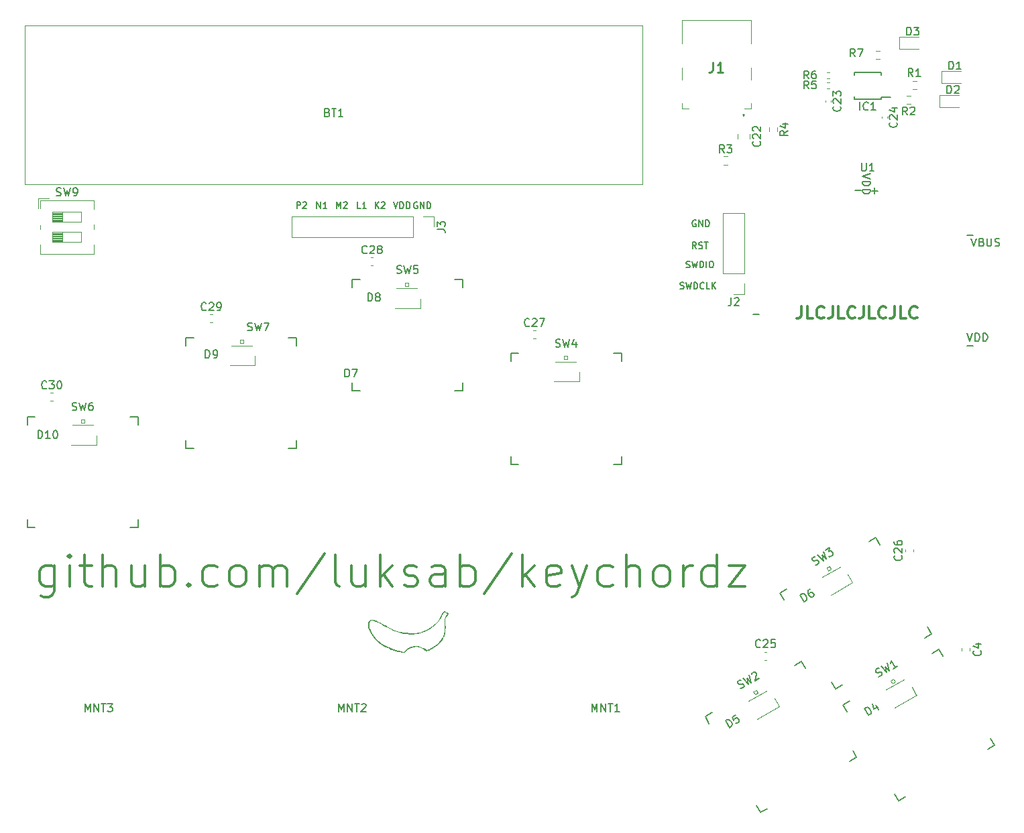
<source format=gbr>
%TF.GenerationSoftware,KiCad,Pcbnew,(5.99.0-9634-gb691c18bfc)*%
%TF.CreationDate,2021-03-09T21:57:17+01:00*%
%TF.ProjectId,keychordz,6b657963-686f-4726-947a-2e6b69636164,rev?*%
%TF.SameCoordinates,Original*%
%TF.FileFunction,Legend,Top*%
%TF.FilePolarity,Positive*%
%FSLAX46Y46*%
G04 Gerber Fmt 4.6, Leading zero omitted, Abs format (unit mm)*
G04 Created by KiCad (PCBNEW (5.99.0-9634-gb691c18bfc)) date 2021-03-09 21:57:17*
%MOMM*%
%LPD*%
G01*
G04 APERTURE LIST*
%ADD10C,0.152400*%
%ADD11C,0.300000*%
%ADD12C,0.304800*%
%ADD13C,0.254000*%
%ADD14C,0.150000*%
%ADD15C,0.200000*%
%ADD16C,0.100000*%
%ADD17C,0.120000*%
G04 APERTURE END LIST*
D10*
X56931076Y-35673695D02*
X56931076Y-34860895D01*
X57395533Y-35673695D02*
X57047190Y-35209238D01*
X57395533Y-34860895D02*
X56931076Y-35325352D01*
X57705171Y-34938304D02*
X57743876Y-34899600D01*
X57821285Y-34860895D01*
X58014809Y-34860895D01*
X58092219Y-34899600D01*
X58130923Y-34938304D01*
X58169628Y-35015714D01*
X58169628Y-35093123D01*
X58130923Y-35209238D01*
X57666466Y-35673695D01*
X58169628Y-35673695D01*
X96194638Y-43127990D02*
X96310752Y-43166695D01*
X96504276Y-43166695D01*
X96581685Y-43127990D01*
X96620390Y-43089285D01*
X96659095Y-43011876D01*
X96659095Y-42934466D01*
X96620390Y-42857057D01*
X96581685Y-42818352D01*
X96504276Y-42779647D01*
X96349457Y-42740942D01*
X96272047Y-42702238D01*
X96233342Y-42663533D01*
X96194638Y-42586123D01*
X96194638Y-42508714D01*
X96233342Y-42431304D01*
X96272047Y-42392600D01*
X96349457Y-42353895D01*
X96542980Y-42353895D01*
X96659095Y-42392600D01*
X96930028Y-42353895D02*
X97123552Y-43166695D01*
X97278371Y-42586123D01*
X97433190Y-43166695D01*
X97626714Y-42353895D01*
X97936352Y-43166695D02*
X97936352Y-42353895D01*
X98129876Y-42353895D01*
X98245990Y-42392600D01*
X98323400Y-42470009D01*
X98362104Y-42547419D01*
X98400809Y-42702238D01*
X98400809Y-42818352D01*
X98362104Y-42973171D01*
X98323400Y-43050580D01*
X98245990Y-43127990D01*
X98129876Y-43166695D01*
X97936352Y-43166695D01*
X98749152Y-43166695D02*
X98749152Y-42353895D01*
X99291019Y-42353895D02*
X99445838Y-42353895D01*
X99523247Y-42392600D01*
X99600657Y-42470009D01*
X99639361Y-42624828D01*
X99639361Y-42895761D01*
X99600657Y-43050580D01*
X99523247Y-43127990D01*
X99445838Y-43166695D01*
X99291019Y-43166695D01*
X99213609Y-43127990D01*
X99136200Y-43050580D01*
X99097495Y-42895761D01*
X99097495Y-42624828D01*
X99136200Y-42470009D01*
X99213609Y-42392600D01*
X99291019Y-42353895D01*
D11*
X16428571Y-80766857D02*
X16428571Y-84004952D01*
X16238095Y-84385904D01*
X16047619Y-84576380D01*
X15666666Y-84766857D01*
X15095238Y-84766857D01*
X14714285Y-84576380D01*
X16428571Y-83243047D02*
X16047619Y-83433523D01*
X15285714Y-83433523D01*
X14904761Y-83243047D01*
X14714285Y-83052571D01*
X14523809Y-82671619D01*
X14523809Y-81528761D01*
X14714285Y-81147809D01*
X14904761Y-80957333D01*
X15285714Y-80766857D01*
X16047619Y-80766857D01*
X16428571Y-80957333D01*
X18333333Y-83433523D02*
X18333333Y-80766857D01*
X18333333Y-79433523D02*
X18142857Y-79624000D01*
X18333333Y-79814476D01*
X18523809Y-79624000D01*
X18333333Y-79433523D01*
X18333333Y-79814476D01*
X19666666Y-80766857D02*
X21190476Y-80766857D01*
X20238095Y-79433523D02*
X20238095Y-82862095D01*
X20428571Y-83243047D01*
X20809523Y-83433523D01*
X21190476Y-83433523D01*
X22523809Y-83433523D02*
X22523809Y-79433523D01*
X24238095Y-83433523D02*
X24238095Y-81338285D01*
X24047619Y-80957333D01*
X23666666Y-80766857D01*
X23095238Y-80766857D01*
X22714285Y-80957333D01*
X22523809Y-81147809D01*
X27857142Y-80766857D02*
X27857142Y-83433523D01*
X26142857Y-80766857D02*
X26142857Y-82862095D01*
X26333333Y-83243047D01*
X26714285Y-83433523D01*
X27285714Y-83433523D01*
X27666666Y-83243047D01*
X27857142Y-83052571D01*
X29761904Y-83433523D02*
X29761904Y-79433523D01*
X29761904Y-80957333D02*
X30142857Y-80766857D01*
X30904761Y-80766857D01*
X31285714Y-80957333D01*
X31476190Y-81147809D01*
X31666666Y-81528761D01*
X31666666Y-82671619D01*
X31476190Y-83052571D01*
X31285714Y-83243047D01*
X30904761Y-83433523D01*
X30142857Y-83433523D01*
X29761904Y-83243047D01*
X33380952Y-83052571D02*
X33571428Y-83243047D01*
X33380952Y-83433523D01*
X33190476Y-83243047D01*
X33380952Y-83052571D01*
X33380952Y-83433523D01*
X36999999Y-83243047D02*
X36619047Y-83433523D01*
X35857142Y-83433523D01*
X35476190Y-83243047D01*
X35285714Y-83052571D01*
X35095238Y-82671619D01*
X35095238Y-81528761D01*
X35285714Y-81147809D01*
X35476190Y-80957333D01*
X35857142Y-80766857D01*
X36619047Y-80766857D01*
X36999999Y-80957333D01*
X39285714Y-83433523D02*
X38904761Y-83243047D01*
X38714285Y-83052571D01*
X38523809Y-82671619D01*
X38523809Y-81528761D01*
X38714285Y-81147809D01*
X38904761Y-80957333D01*
X39285714Y-80766857D01*
X39857142Y-80766857D01*
X40238095Y-80957333D01*
X40428571Y-81147809D01*
X40619047Y-81528761D01*
X40619047Y-82671619D01*
X40428571Y-83052571D01*
X40238095Y-83243047D01*
X39857142Y-83433523D01*
X39285714Y-83433523D01*
X42333333Y-83433523D02*
X42333333Y-80766857D01*
X42333333Y-81147809D02*
X42523809Y-80957333D01*
X42904761Y-80766857D01*
X43476190Y-80766857D01*
X43857142Y-80957333D01*
X44047619Y-81338285D01*
X44047619Y-83433523D01*
X44047619Y-81338285D02*
X44238095Y-80957333D01*
X44619047Y-80766857D01*
X45190476Y-80766857D01*
X45571428Y-80957333D01*
X45761904Y-81338285D01*
X45761904Y-83433523D01*
X50523809Y-79243047D02*
X47095238Y-84385904D01*
X52428571Y-83433523D02*
X52047619Y-83243047D01*
X51857142Y-82862095D01*
X51857142Y-79433523D01*
X55666666Y-80766857D02*
X55666666Y-83433523D01*
X53952380Y-80766857D02*
X53952380Y-82862095D01*
X54142857Y-83243047D01*
X54523809Y-83433523D01*
X55095238Y-83433523D01*
X55476190Y-83243047D01*
X55666666Y-83052571D01*
X57571428Y-83433523D02*
X57571428Y-79433523D01*
X57952380Y-81909714D02*
X59095238Y-83433523D01*
X59095238Y-80766857D02*
X57571428Y-82290666D01*
X60619047Y-83243047D02*
X60999999Y-83433523D01*
X61761904Y-83433523D01*
X62142857Y-83243047D01*
X62333333Y-82862095D01*
X62333333Y-82671619D01*
X62142857Y-82290666D01*
X61761904Y-82100190D01*
X61190476Y-82100190D01*
X60809523Y-81909714D01*
X60619047Y-81528761D01*
X60619047Y-81338285D01*
X60809523Y-80957333D01*
X61190476Y-80766857D01*
X61761904Y-80766857D01*
X62142857Y-80957333D01*
X65761904Y-83433523D02*
X65761904Y-81338285D01*
X65571428Y-80957333D01*
X65190476Y-80766857D01*
X64428571Y-80766857D01*
X64047619Y-80957333D01*
X65761904Y-83243047D02*
X65380952Y-83433523D01*
X64428571Y-83433523D01*
X64047619Y-83243047D01*
X63857142Y-82862095D01*
X63857142Y-82481142D01*
X64047619Y-82100190D01*
X64428571Y-81909714D01*
X65380952Y-81909714D01*
X65761904Y-81719238D01*
X67666666Y-83433523D02*
X67666666Y-79433523D01*
X67666666Y-80957333D02*
X68047619Y-80766857D01*
X68809523Y-80766857D01*
X69190476Y-80957333D01*
X69380952Y-81147809D01*
X69571428Y-81528761D01*
X69571428Y-82671619D01*
X69380952Y-83052571D01*
X69190476Y-83243047D01*
X68809523Y-83433523D01*
X68047619Y-83433523D01*
X67666666Y-83243047D01*
X74142857Y-79243047D02*
X70714285Y-84385904D01*
X75476190Y-83433523D02*
X75476190Y-79433523D01*
X75857142Y-81909714D02*
X76999999Y-83433523D01*
X76999999Y-80766857D02*
X75476190Y-82290666D01*
X80238095Y-83243047D02*
X79857142Y-83433523D01*
X79095238Y-83433523D01*
X78714285Y-83243047D01*
X78523809Y-82862095D01*
X78523809Y-81338285D01*
X78714285Y-80957333D01*
X79095238Y-80766857D01*
X79857142Y-80766857D01*
X80238095Y-80957333D01*
X80428571Y-81338285D01*
X80428571Y-81719238D01*
X78523809Y-82100190D01*
X81761904Y-80766857D02*
X82714285Y-83433523D01*
X83666666Y-80766857D02*
X82714285Y-83433523D01*
X82333333Y-84385904D01*
X82142857Y-84576380D01*
X81761904Y-84766857D01*
X86904761Y-83243047D02*
X86523809Y-83433523D01*
X85761904Y-83433523D01*
X85380952Y-83243047D01*
X85190476Y-83052571D01*
X84999999Y-82671619D01*
X84999999Y-81528761D01*
X85190476Y-81147809D01*
X85380952Y-80957333D01*
X85761904Y-80766857D01*
X86523809Y-80766857D01*
X86904761Y-80957333D01*
X88619047Y-83433523D02*
X88619047Y-79433523D01*
X90333333Y-83433523D02*
X90333333Y-81338285D01*
X90142857Y-80957333D01*
X89761904Y-80766857D01*
X89190476Y-80766857D01*
X88809523Y-80957333D01*
X88619047Y-81147809D01*
X92809523Y-83433523D02*
X92428571Y-83243047D01*
X92238095Y-83052571D01*
X92047619Y-82671619D01*
X92047619Y-81528761D01*
X92238095Y-81147809D01*
X92428571Y-80957333D01*
X92809523Y-80766857D01*
X93380952Y-80766857D01*
X93761904Y-80957333D01*
X93952380Y-81147809D01*
X94142857Y-81528761D01*
X94142857Y-82671619D01*
X93952380Y-83052571D01*
X93761904Y-83243047D01*
X93380952Y-83433523D01*
X92809523Y-83433523D01*
X95857142Y-83433523D02*
X95857142Y-80766857D01*
X95857142Y-81528761D02*
X96047619Y-81147809D01*
X96238095Y-80957333D01*
X96619047Y-80766857D01*
X96999999Y-80766857D01*
X100047619Y-83433523D02*
X100047619Y-79433523D01*
X100047619Y-83243047D02*
X99666666Y-83433523D01*
X98904761Y-83433523D01*
X98523809Y-83243047D01*
X98333333Y-83052571D01*
X98142857Y-82671619D01*
X98142857Y-81528761D01*
X98333333Y-81147809D01*
X98523809Y-80957333D01*
X98904761Y-80766857D01*
X99666666Y-80766857D01*
X100047619Y-80957333D01*
X101571428Y-80766857D02*
X103666666Y-80766857D01*
X101571428Y-83433523D01*
X103666666Y-83433523D01*
D10*
X97471895Y-40753695D02*
X97200961Y-40366647D01*
X97007438Y-40753695D02*
X97007438Y-39940895D01*
X97317076Y-39940895D01*
X97394485Y-39979600D01*
X97433190Y-40018304D01*
X97471895Y-40095714D01*
X97471895Y-40211828D01*
X97433190Y-40289238D01*
X97394485Y-40327942D01*
X97317076Y-40366647D01*
X97007438Y-40366647D01*
X97781533Y-40714990D02*
X97897647Y-40753695D01*
X98091171Y-40753695D01*
X98168580Y-40714990D01*
X98207285Y-40676285D01*
X98245990Y-40598876D01*
X98245990Y-40521466D01*
X98207285Y-40444057D01*
X98168580Y-40405352D01*
X98091171Y-40366647D01*
X97936352Y-40327942D01*
X97858942Y-40289238D01*
X97820238Y-40250533D01*
X97781533Y-40173123D01*
X97781533Y-40095714D01*
X97820238Y-40018304D01*
X97858942Y-39979600D01*
X97936352Y-39940895D01*
X98129876Y-39940895D01*
X98245990Y-39979600D01*
X98478219Y-39940895D02*
X98942676Y-39940895D01*
X98710447Y-40753695D02*
X98710447Y-39940895D01*
D12*
X110760571Y-48065428D02*
X110760571Y-49154000D01*
X110688000Y-49371714D01*
X110542857Y-49516857D01*
X110325142Y-49589428D01*
X110180000Y-49589428D01*
X112212000Y-49589428D02*
X111486285Y-49589428D01*
X111486285Y-48065428D01*
X113590857Y-49444285D02*
X113518285Y-49516857D01*
X113300571Y-49589428D01*
X113155428Y-49589428D01*
X112937714Y-49516857D01*
X112792571Y-49371714D01*
X112720000Y-49226571D01*
X112647428Y-48936285D01*
X112647428Y-48718571D01*
X112720000Y-48428285D01*
X112792571Y-48283142D01*
X112937714Y-48138000D01*
X113155428Y-48065428D01*
X113300571Y-48065428D01*
X113518285Y-48138000D01*
X113590857Y-48210571D01*
X114679428Y-48065428D02*
X114679428Y-49154000D01*
X114606857Y-49371714D01*
X114461714Y-49516857D01*
X114244000Y-49589428D01*
X114098857Y-49589428D01*
X116130857Y-49589428D02*
X115405142Y-49589428D01*
X115405142Y-48065428D01*
X117509714Y-49444285D02*
X117437142Y-49516857D01*
X117219428Y-49589428D01*
X117074285Y-49589428D01*
X116856571Y-49516857D01*
X116711428Y-49371714D01*
X116638857Y-49226571D01*
X116566285Y-48936285D01*
X116566285Y-48718571D01*
X116638857Y-48428285D01*
X116711428Y-48283142D01*
X116856571Y-48138000D01*
X117074285Y-48065428D01*
X117219428Y-48065428D01*
X117437142Y-48138000D01*
X117509714Y-48210571D01*
X118598285Y-48065428D02*
X118598285Y-49154000D01*
X118525714Y-49371714D01*
X118380571Y-49516857D01*
X118162857Y-49589428D01*
X118017714Y-49589428D01*
X120049714Y-49589428D02*
X119324000Y-49589428D01*
X119324000Y-48065428D01*
X121428571Y-49444285D02*
X121356000Y-49516857D01*
X121138285Y-49589428D01*
X120993142Y-49589428D01*
X120775428Y-49516857D01*
X120630285Y-49371714D01*
X120557714Y-49226571D01*
X120485142Y-48936285D01*
X120485142Y-48718571D01*
X120557714Y-48428285D01*
X120630285Y-48283142D01*
X120775428Y-48138000D01*
X120993142Y-48065428D01*
X121138285Y-48065428D01*
X121356000Y-48138000D01*
X121428571Y-48210571D01*
X122517142Y-48065428D02*
X122517142Y-49154000D01*
X122444571Y-49371714D01*
X122299428Y-49516857D01*
X122081714Y-49589428D01*
X121936571Y-49589428D01*
X123968571Y-49589428D02*
X123242857Y-49589428D01*
X123242857Y-48065428D01*
X125347428Y-49444285D02*
X125274857Y-49516857D01*
X125057142Y-49589428D01*
X124912000Y-49589428D01*
X124694285Y-49516857D01*
X124549142Y-49371714D01*
X124476571Y-49226571D01*
X124404000Y-48936285D01*
X124404000Y-48718571D01*
X124476571Y-48428285D01*
X124549142Y-48283142D01*
X124694285Y-48138000D01*
X124912000Y-48065428D01*
X125057142Y-48065428D01*
X125274857Y-48138000D01*
X125347428Y-48210571D01*
D10*
X59241266Y-34860895D02*
X59512200Y-35673695D01*
X59783133Y-34860895D01*
X60054066Y-35673695D02*
X60054066Y-34860895D01*
X60247590Y-34860895D01*
X60363704Y-34899600D01*
X60441114Y-34977009D01*
X60479819Y-35054419D01*
X60518523Y-35209238D01*
X60518523Y-35325352D01*
X60479819Y-35480171D01*
X60441114Y-35557580D01*
X60363704Y-35634990D01*
X60247590Y-35673695D01*
X60054066Y-35673695D01*
X60866866Y-35673695D02*
X60866866Y-34860895D01*
X61060390Y-34860895D01*
X61176504Y-34899600D01*
X61253914Y-34977009D01*
X61292619Y-35054419D01*
X61331323Y-35209238D01*
X61331323Y-35325352D01*
X61292619Y-35480171D01*
X61253914Y-35557580D01*
X61176504Y-35634990D01*
X61060390Y-35673695D01*
X60866866Y-35673695D01*
X47025076Y-35673695D02*
X47025076Y-34860895D01*
X47334714Y-34860895D01*
X47412123Y-34899600D01*
X47450828Y-34938304D01*
X47489533Y-35015714D01*
X47489533Y-35131828D01*
X47450828Y-35209238D01*
X47412123Y-35247942D01*
X47334714Y-35286647D01*
X47025076Y-35286647D01*
X47799171Y-34938304D02*
X47837876Y-34899600D01*
X47915285Y-34860895D01*
X48108809Y-34860895D01*
X48186219Y-34899600D01*
X48224923Y-34938304D01*
X48263628Y-35015714D01*
X48263628Y-35093123D01*
X48224923Y-35209238D01*
X47760466Y-35673695D01*
X48263628Y-35673695D01*
X62245723Y-34899600D02*
X62168314Y-34860895D01*
X62052200Y-34860895D01*
X61936085Y-34899600D01*
X61858676Y-34977009D01*
X61819971Y-35054419D01*
X61781266Y-35209238D01*
X61781266Y-35325352D01*
X61819971Y-35480171D01*
X61858676Y-35557580D01*
X61936085Y-35634990D01*
X62052200Y-35673695D01*
X62129609Y-35673695D01*
X62245723Y-35634990D01*
X62284428Y-35596285D01*
X62284428Y-35325352D01*
X62129609Y-35325352D01*
X62632771Y-35673695D02*
X62632771Y-34860895D01*
X63097228Y-35673695D01*
X63097228Y-34860895D01*
X63484276Y-35673695D02*
X63484276Y-34860895D01*
X63677800Y-34860895D01*
X63793914Y-34899600D01*
X63871323Y-34977009D01*
X63910028Y-35054419D01*
X63948733Y-35209238D01*
X63948733Y-35325352D01*
X63910028Y-35480171D01*
X63871323Y-35557580D01*
X63793914Y-35634990D01*
X63677800Y-35673695D01*
X63484276Y-35673695D01*
X49545723Y-35673695D02*
X49545723Y-34860895D01*
X50010180Y-35673695D01*
X50010180Y-34860895D01*
X50822980Y-35673695D02*
X50358523Y-35673695D01*
X50590752Y-35673695D02*
X50590752Y-34860895D01*
X50513342Y-34977009D01*
X50435933Y-35054419D01*
X50358523Y-35093123D01*
X95418123Y-45794990D02*
X95534238Y-45833695D01*
X95727761Y-45833695D01*
X95805171Y-45794990D01*
X95843876Y-45756285D01*
X95882580Y-45678876D01*
X95882580Y-45601466D01*
X95843876Y-45524057D01*
X95805171Y-45485352D01*
X95727761Y-45446647D01*
X95572942Y-45407942D01*
X95495533Y-45369238D01*
X95456828Y-45330533D01*
X95418123Y-45253123D01*
X95418123Y-45175714D01*
X95456828Y-45098304D01*
X95495533Y-45059600D01*
X95572942Y-45020895D01*
X95766466Y-45020895D01*
X95882580Y-45059600D01*
X96153514Y-45020895D02*
X96347038Y-45833695D01*
X96501857Y-45253123D01*
X96656676Y-45833695D01*
X96850200Y-45020895D01*
X97159838Y-45833695D02*
X97159838Y-45020895D01*
X97353361Y-45020895D01*
X97469476Y-45059600D01*
X97546885Y-45137009D01*
X97585590Y-45214419D01*
X97624295Y-45369238D01*
X97624295Y-45485352D01*
X97585590Y-45640171D01*
X97546885Y-45717580D01*
X97469476Y-45794990D01*
X97353361Y-45833695D01*
X97159838Y-45833695D01*
X98437095Y-45756285D02*
X98398390Y-45794990D01*
X98282276Y-45833695D01*
X98204866Y-45833695D01*
X98088752Y-45794990D01*
X98011342Y-45717580D01*
X97972638Y-45640171D01*
X97933933Y-45485352D01*
X97933933Y-45369238D01*
X97972638Y-45214419D01*
X98011342Y-45137009D01*
X98088752Y-45059600D01*
X98204866Y-45020895D01*
X98282276Y-45020895D01*
X98398390Y-45059600D01*
X98437095Y-45098304D01*
X99172485Y-45833695D02*
X98785438Y-45833695D01*
X98785438Y-45020895D01*
X99443419Y-45833695D02*
X99443419Y-45020895D01*
X99907876Y-45833695D02*
X99559533Y-45369238D01*
X99907876Y-45020895D02*
X99443419Y-45485352D01*
X55109533Y-35673695D02*
X54722485Y-35673695D01*
X54722485Y-34860895D01*
X55806219Y-35673695D02*
X55341761Y-35673695D01*
X55573990Y-35673695D02*
X55573990Y-34860895D01*
X55496580Y-34977009D01*
X55419171Y-35054419D01*
X55341761Y-35093123D01*
X52047019Y-35673695D02*
X52047019Y-34860895D01*
X52317952Y-35441466D01*
X52588885Y-34860895D01*
X52588885Y-35673695D01*
X52937228Y-34938304D02*
X52975933Y-34899600D01*
X53053342Y-34860895D01*
X53246866Y-34860895D01*
X53324276Y-34899600D01*
X53362980Y-34938304D01*
X53401685Y-35015714D01*
X53401685Y-35093123D01*
X53362980Y-35209238D01*
X52898523Y-35673695D01*
X53401685Y-35673695D01*
X97424723Y-37185600D02*
X97347314Y-37146895D01*
X97231200Y-37146895D01*
X97115085Y-37185600D01*
X97037676Y-37263009D01*
X96998971Y-37340419D01*
X96960266Y-37495238D01*
X96960266Y-37611352D01*
X96998971Y-37766171D01*
X97037676Y-37843580D01*
X97115085Y-37920990D01*
X97231200Y-37959695D01*
X97308609Y-37959695D01*
X97424723Y-37920990D01*
X97463428Y-37882285D01*
X97463428Y-37611352D01*
X97308609Y-37611352D01*
X97811771Y-37959695D02*
X97811771Y-37146895D01*
X98276228Y-37959695D01*
X98276228Y-37146895D01*
X98663276Y-37959695D02*
X98663276Y-37146895D01*
X98856800Y-37146895D01*
X98972914Y-37185600D01*
X99050323Y-37263009D01*
X99089028Y-37340419D01*
X99127733Y-37495238D01*
X99127733Y-37611352D01*
X99089028Y-37766171D01*
X99050323Y-37843580D01*
X98972914Y-37920990D01*
X98856800Y-37959695D01*
X98663276Y-37959695D01*
D13*
%TO.C,J1*%
X99576666Y-17219523D02*
X99576666Y-18126666D01*
X99516190Y-18308095D01*
X99395238Y-18429047D01*
X99213809Y-18489523D01*
X99092857Y-18489523D01*
X100846666Y-18489523D02*
X100120952Y-18489523D01*
X100483809Y-18489523D02*
X100483809Y-17219523D01*
X100362857Y-17400952D01*
X100241904Y-17521904D01*
X100120952Y-17582380D01*
D14*
%TO.C,MNT1*%
X84285714Y-99252380D02*
X84285714Y-98252380D01*
X84619047Y-98966666D01*
X84952380Y-98252380D01*
X84952380Y-99252380D01*
X85428571Y-99252380D02*
X85428571Y-98252380D01*
X86000000Y-99252380D01*
X86000000Y-98252380D01*
X86333333Y-98252380D02*
X86904761Y-98252380D01*
X86619047Y-99252380D02*
X86619047Y-98252380D01*
X87761904Y-99252380D02*
X87190476Y-99252380D01*
X87476190Y-99252380D02*
X87476190Y-98252380D01*
X87380952Y-98395238D01*
X87285714Y-98490476D01*
X87190476Y-98538095D01*
%TO.C,MNT2*%
X52285714Y-99252380D02*
X52285714Y-98252380D01*
X52619047Y-98966666D01*
X52952380Y-98252380D01*
X52952380Y-99252380D01*
X53428571Y-99252380D02*
X53428571Y-98252380D01*
X54000000Y-99252380D01*
X54000000Y-98252380D01*
X54333333Y-98252380D02*
X54904761Y-98252380D01*
X54619047Y-99252380D02*
X54619047Y-98252380D01*
X55190476Y-98347619D02*
X55238095Y-98300000D01*
X55333333Y-98252380D01*
X55571428Y-98252380D01*
X55666666Y-98300000D01*
X55714285Y-98347619D01*
X55761904Y-98442857D01*
X55761904Y-98538095D01*
X55714285Y-98680952D01*
X55142857Y-99252380D01*
X55761904Y-99252380D01*
%TO.C,MNT3*%
X20285714Y-99252380D02*
X20285714Y-98252380D01*
X20619047Y-98966666D01*
X20952380Y-98252380D01*
X20952380Y-99252380D01*
X21428571Y-99252380D02*
X21428571Y-98252380D01*
X22000000Y-99252380D01*
X22000000Y-98252380D01*
X22333333Y-98252380D02*
X22904761Y-98252380D01*
X22619047Y-99252380D02*
X22619047Y-98252380D01*
X23142857Y-98252380D02*
X23761904Y-98252380D01*
X23428571Y-98633333D01*
X23571428Y-98633333D01*
X23666666Y-98680952D01*
X23714285Y-98728571D01*
X23761904Y-98823809D01*
X23761904Y-99061904D01*
X23714285Y-99157142D01*
X23666666Y-99204761D01*
X23571428Y-99252380D01*
X23285714Y-99252380D01*
X23190476Y-99204761D01*
X23142857Y-99157142D01*
%TO.C,SW9*%
X16676666Y-34044761D02*
X16819523Y-34092380D01*
X17057619Y-34092380D01*
X17152857Y-34044761D01*
X17200476Y-33997142D01*
X17248095Y-33901904D01*
X17248095Y-33806666D01*
X17200476Y-33711428D01*
X17152857Y-33663809D01*
X17057619Y-33616190D01*
X16867142Y-33568571D01*
X16771904Y-33520952D01*
X16724285Y-33473333D01*
X16676666Y-33378095D01*
X16676666Y-33282857D01*
X16724285Y-33187619D01*
X16771904Y-33140000D01*
X16867142Y-33092380D01*
X17105238Y-33092380D01*
X17248095Y-33140000D01*
X17581428Y-33092380D02*
X17819523Y-34092380D01*
X18010000Y-33378095D01*
X18200476Y-34092380D01*
X18438571Y-33092380D01*
X18867142Y-34092380D02*
X19057619Y-34092380D01*
X19152857Y-34044761D01*
X19200476Y-33997142D01*
X19295714Y-33854285D01*
X19343333Y-33663809D01*
X19343333Y-33282857D01*
X19295714Y-33187619D01*
X19248095Y-33140000D01*
X19152857Y-33092380D01*
X18962380Y-33092380D01*
X18867142Y-33140000D01*
X18819523Y-33187619D01*
X18771904Y-33282857D01*
X18771904Y-33520952D01*
X18819523Y-33616190D01*
X18867142Y-33663809D01*
X18962380Y-33711428D01*
X19152857Y-33711428D01*
X19248095Y-33663809D01*
X19295714Y-33616190D01*
X19343333Y-33520952D01*
%TO.C,R3*%
X101011333Y-28642380D02*
X100678000Y-28166190D01*
X100439904Y-28642380D02*
X100439904Y-27642380D01*
X100820857Y-27642380D01*
X100916095Y-27690000D01*
X100963714Y-27737619D01*
X101011333Y-27832857D01*
X101011333Y-27975714D01*
X100963714Y-28070952D01*
X100916095Y-28118571D01*
X100820857Y-28166190D01*
X100439904Y-28166190D01*
X101344666Y-27642380D02*
X101963714Y-27642380D01*
X101630380Y-28023333D01*
X101773238Y-28023333D01*
X101868476Y-28070952D01*
X101916095Y-28118571D01*
X101963714Y-28213809D01*
X101963714Y-28451904D01*
X101916095Y-28547142D01*
X101868476Y-28594761D01*
X101773238Y-28642380D01*
X101487523Y-28642380D01*
X101392285Y-28594761D01*
X101344666Y-28547142D01*
%TO.C,D8*%
X56014904Y-47385380D02*
X56014904Y-46385380D01*
X56253000Y-46385380D01*
X56395857Y-46433000D01*
X56491095Y-46528238D01*
X56538714Y-46623476D01*
X56586333Y-46813952D01*
X56586333Y-46956809D01*
X56538714Y-47147285D01*
X56491095Y-47242523D01*
X56395857Y-47337761D01*
X56253000Y-47385380D01*
X56014904Y-47385380D01*
X57157761Y-46813952D02*
X57062523Y-46766333D01*
X57014904Y-46718714D01*
X56967285Y-46623476D01*
X56967285Y-46575857D01*
X57014904Y-46480619D01*
X57062523Y-46433000D01*
X57157761Y-46385380D01*
X57348238Y-46385380D01*
X57443476Y-46433000D01*
X57491095Y-46480619D01*
X57538714Y-46575857D01*
X57538714Y-46623476D01*
X57491095Y-46718714D01*
X57443476Y-46766333D01*
X57348238Y-46813952D01*
X57157761Y-46813952D01*
X57062523Y-46861571D01*
X57014904Y-46909190D01*
X56967285Y-47004428D01*
X56967285Y-47194904D01*
X57014904Y-47290142D01*
X57062523Y-47337761D01*
X57157761Y-47385380D01*
X57348238Y-47385380D01*
X57443476Y-47337761D01*
X57491095Y-47290142D01*
X57538714Y-47194904D01*
X57538714Y-47004428D01*
X57491095Y-46909190D01*
X57443476Y-46861571D01*
X57348238Y-46813952D01*
%TO.C,D1*%
X129383904Y-18106380D02*
X129383904Y-17106380D01*
X129622000Y-17106380D01*
X129764857Y-17154000D01*
X129860095Y-17249238D01*
X129907714Y-17344476D01*
X129955333Y-17534952D01*
X129955333Y-17677809D01*
X129907714Y-17868285D01*
X129860095Y-17963523D01*
X129764857Y-18058761D01*
X129622000Y-18106380D01*
X129383904Y-18106380D01*
X130907714Y-18106380D02*
X130336285Y-18106380D01*
X130622000Y-18106380D02*
X130622000Y-17106380D01*
X130526761Y-17249238D01*
X130431523Y-17344476D01*
X130336285Y-17392095D01*
%TO.C,D3*%
X124049904Y-13788380D02*
X124049904Y-12788380D01*
X124288000Y-12788380D01*
X124430857Y-12836000D01*
X124526095Y-12931238D01*
X124573714Y-13026476D01*
X124621333Y-13216952D01*
X124621333Y-13359809D01*
X124573714Y-13550285D01*
X124526095Y-13645523D01*
X124430857Y-13740761D01*
X124288000Y-13788380D01*
X124049904Y-13788380D01*
X124954666Y-12788380D02*
X125573714Y-12788380D01*
X125240380Y-13169333D01*
X125383238Y-13169333D01*
X125478476Y-13216952D01*
X125526095Y-13264571D01*
X125573714Y-13359809D01*
X125573714Y-13597904D01*
X125526095Y-13693142D01*
X125478476Y-13740761D01*
X125383238Y-13788380D01*
X125097523Y-13788380D01*
X125002285Y-13740761D01*
X124954666Y-13693142D01*
%TO.C,SW1*%
X120486180Y-94820160D02*
X120633707Y-94789971D01*
X120839904Y-94670923D01*
X120898573Y-94582065D01*
X120916003Y-94517016D01*
X120909623Y-94410728D01*
X120862004Y-94328249D01*
X120773146Y-94269580D01*
X120708097Y-94252151D01*
X120601809Y-94258530D01*
X120413042Y-94312529D01*
X120306754Y-94318909D01*
X120241705Y-94301479D01*
X120152847Y-94242810D01*
X120105228Y-94160331D01*
X120098848Y-94054043D01*
X120116278Y-93988994D01*
X120174947Y-93900136D01*
X120381143Y-93781088D01*
X120528671Y-93750899D01*
X120793536Y-93542993D02*
X121499733Y-94289971D01*
X121307547Y-93576143D01*
X121829647Y-94099495D01*
X121535844Y-93114422D01*
X122819391Y-93528066D02*
X122324519Y-93813781D01*
X122571955Y-93670923D02*
X122071955Y-92804898D01*
X122060905Y-92976235D01*
X122026045Y-93106333D01*
X121967376Y-93195191D01*
%TO.C,D4*%
X119202321Y-99719931D02*
X118702321Y-98853905D01*
X118908517Y-98734857D01*
X119056045Y-98704668D01*
X119186142Y-98739528D01*
X119275001Y-98798197D01*
X119411478Y-98939345D01*
X119482907Y-99063062D01*
X119536905Y-99251829D01*
X119543285Y-99358117D01*
X119508426Y-99488215D01*
X119408517Y-99600883D01*
X119202321Y-99719931D01*
X120106167Y-98428295D02*
X120439500Y-99005645D01*
X119709494Y-98217428D02*
X119860440Y-98955065D01*
X120396551Y-98645541D01*
%TO.C,U1*%
X118338095Y-29952380D02*
X118338095Y-30761904D01*
X118385714Y-30857142D01*
X118433333Y-30904761D01*
X118528571Y-30952380D01*
X118719047Y-30952380D01*
X118814285Y-30904761D01*
X118861904Y-30857142D01*
X118909523Y-30761904D01*
X118909523Y-29952380D01*
X119909523Y-30952380D02*
X119338095Y-30952380D01*
X119623809Y-30952380D02*
X119623809Y-29952380D01*
X119528571Y-30095238D01*
X119433333Y-30190476D01*
X119338095Y-30238095D01*
X132166666Y-39452380D02*
X132500000Y-40452380D01*
X132833333Y-39452380D01*
X133500000Y-39928571D02*
X133642857Y-39976190D01*
X133690476Y-40023809D01*
X133738095Y-40119047D01*
X133738095Y-40261904D01*
X133690476Y-40357142D01*
X133642857Y-40404761D01*
X133547619Y-40452380D01*
X133166666Y-40452380D01*
X133166666Y-39452380D01*
X133500000Y-39452380D01*
X133595238Y-39500000D01*
X133642857Y-39547619D01*
X133690476Y-39642857D01*
X133690476Y-39738095D01*
X133642857Y-39833333D01*
X133595238Y-39880952D01*
X133500000Y-39928571D01*
X133166666Y-39928571D01*
X134166666Y-39452380D02*
X134166666Y-40261904D01*
X134214285Y-40357142D01*
X134261904Y-40404761D01*
X134357142Y-40452380D01*
X134547619Y-40452380D01*
X134642857Y-40404761D01*
X134690476Y-40357142D01*
X134738095Y-40261904D01*
X134738095Y-39452380D01*
X135166666Y-40404761D02*
X135309523Y-40452380D01*
X135547619Y-40452380D01*
X135642857Y-40404761D01*
X135690476Y-40357142D01*
X135738095Y-40261904D01*
X135738095Y-40166666D01*
X135690476Y-40071428D01*
X135642857Y-40023809D01*
X135547619Y-39976190D01*
X135357142Y-39928571D01*
X135261904Y-39880952D01*
X135214285Y-39833333D01*
X135166666Y-39738095D01*
X135166666Y-39642857D01*
X135214285Y-39547619D01*
X135261904Y-39500000D01*
X135357142Y-39452380D01*
X135595238Y-39452380D01*
X135738095Y-39500000D01*
X104619047Y-49071428D02*
X105380952Y-49071428D01*
X119447619Y-31266666D02*
X118447619Y-31600000D01*
X119447619Y-31933333D01*
X118447619Y-32266666D02*
X119447619Y-32266666D01*
X119447619Y-32504761D01*
X119400000Y-32647619D01*
X119304761Y-32742857D01*
X119209523Y-32790476D01*
X119019047Y-32838095D01*
X118876190Y-32838095D01*
X118685714Y-32790476D01*
X118590476Y-32742857D01*
X118495238Y-32647619D01*
X118447619Y-32504761D01*
X118447619Y-32266666D01*
X118447619Y-33266666D02*
X119447619Y-33266666D01*
X119447619Y-33504761D01*
X119400000Y-33647619D01*
X119304761Y-33742857D01*
X119209523Y-33790476D01*
X119019047Y-33838095D01*
X118876190Y-33838095D01*
X118685714Y-33790476D01*
X118590476Y-33742857D01*
X118495238Y-33647619D01*
X118447619Y-33504761D01*
X118447619Y-33266666D01*
X131619047Y-53071428D02*
X132380952Y-53071428D01*
X117519047Y-33371428D02*
X118280952Y-33371428D01*
X119619047Y-33471428D02*
X120380952Y-33471428D01*
X120000000Y-33852380D02*
X120000000Y-33090476D01*
X131619047Y-39071428D02*
X132380952Y-39071428D01*
X131666666Y-51452380D02*
X132000000Y-52452380D01*
X132333333Y-51452380D01*
X132666666Y-52452380D02*
X132666666Y-51452380D01*
X132904761Y-51452380D01*
X133047619Y-51500000D01*
X133142857Y-51595238D01*
X133190476Y-51690476D01*
X133238095Y-51880952D01*
X133238095Y-52023809D01*
X133190476Y-52214285D01*
X133142857Y-52309523D01*
X133047619Y-52404761D01*
X132904761Y-52452380D01*
X132666666Y-52452380D01*
X133666666Y-52452380D02*
X133666666Y-51452380D01*
X133904761Y-51452380D01*
X134047619Y-51500000D01*
X134142857Y-51595238D01*
X134190476Y-51690476D01*
X134238095Y-51880952D01*
X134238095Y-52023809D01*
X134190476Y-52214285D01*
X134142857Y-52309523D01*
X134047619Y-52404761D01*
X133904761Y-52452380D01*
X133666666Y-52452380D01*
%TO.C,SW5*%
X59666666Y-43838761D02*
X59809523Y-43886380D01*
X60047619Y-43886380D01*
X60142857Y-43838761D01*
X60190476Y-43791142D01*
X60238095Y-43695904D01*
X60238095Y-43600666D01*
X60190476Y-43505428D01*
X60142857Y-43457809D01*
X60047619Y-43410190D01*
X59857142Y-43362571D01*
X59761904Y-43314952D01*
X59714285Y-43267333D01*
X59666666Y-43172095D01*
X59666666Y-43076857D01*
X59714285Y-42981619D01*
X59761904Y-42934000D01*
X59857142Y-42886380D01*
X60095238Y-42886380D01*
X60238095Y-42934000D01*
X60571428Y-42886380D02*
X60809523Y-43886380D01*
X61000000Y-43172095D01*
X61190476Y-43886380D01*
X61428571Y-42886380D01*
X62285714Y-42886380D02*
X61809523Y-42886380D01*
X61761904Y-43362571D01*
X61809523Y-43314952D01*
X61904761Y-43267333D01*
X62142857Y-43267333D01*
X62238095Y-43314952D01*
X62285714Y-43362571D01*
X62333333Y-43457809D01*
X62333333Y-43695904D01*
X62285714Y-43791142D01*
X62238095Y-43838761D01*
X62142857Y-43886380D01*
X61904761Y-43886380D01*
X61809523Y-43838761D01*
X61761904Y-43791142D01*
%TO.C,R4*%
X109046380Y-25856666D02*
X108570190Y-26190000D01*
X109046380Y-26428095D02*
X108046380Y-26428095D01*
X108046380Y-26047142D01*
X108094000Y-25951904D01*
X108141619Y-25904285D01*
X108236857Y-25856666D01*
X108379714Y-25856666D01*
X108474952Y-25904285D01*
X108522571Y-25951904D01*
X108570190Y-26047142D01*
X108570190Y-26428095D01*
X108379714Y-24999523D02*
X109046380Y-24999523D01*
X107998761Y-25237619D02*
X108713047Y-25475714D01*
X108713047Y-24856666D01*
%TO.C,D5*%
X101642351Y-101264931D02*
X101142351Y-100398905D01*
X101348547Y-100279857D01*
X101496075Y-100249668D01*
X101626172Y-100284528D01*
X101715031Y-100343197D01*
X101851508Y-100484345D01*
X101922937Y-100608062D01*
X101976935Y-100796829D01*
X101983315Y-100903117D01*
X101948456Y-101033215D01*
X101848547Y-101145883D01*
X101642351Y-101264931D01*
X102420769Y-99660810D02*
X102008376Y-99898905D01*
X102205232Y-100335108D01*
X102222662Y-100270059D01*
X102281331Y-100181201D01*
X102487527Y-100062153D01*
X102593816Y-100055773D01*
X102658864Y-100073203D01*
X102747723Y-100131872D01*
X102866770Y-100338069D01*
X102873150Y-100444357D01*
X102855720Y-100509405D01*
X102797051Y-100598264D01*
X102590855Y-100717311D01*
X102484567Y-100723691D01*
X102419518Y-100706261D01*
%TO.C,R7*%
X117509333Y-16488380D02*
X117176000Y-16012190D01*
X116937904Y-16488380D02*
X116937904Y-15488380D01*
X117318857Y-15488380D01*
X117414095Y-15536000D01*
X117461714Y-15583619D01*
X117509333Y-15678857D01*
X117509333Y-15821714D01*
X117461714Y-15916952D01*
X117414095Y-15964571D01*
X117318857Y-16012190D01*
X116937904Y-16012190D01*
X117842666Y-15488380D02*
X118509333Y-15488380D01*
X118080761Y-16488380D01*
%TO.C,R6*%
X111667333Y-19282380D02*
X111334000Y-18806190D01*
X111095904Y-19282380D02*
X111095904Y-18282380D01*
X111476857Y-18282380D01*
X111572095Y-18330000D01*
X111619714Y-18377619D01*
X111667333Y-18472857D01*
X111667333Y-18615714D01*
X111619714Y-18710952D01*
X111572095Y-18758571D01*
X111476857Y-18806190D01*
X111095904Y-18806190D01*
X112524476Y-18282380D02*
X112334000Y-18282380D01*
X112238761Y-18330000D01*
X112191142Y-18377619D01*
X112095904Y-18520476D01*
X112048285Y-18710952D01*
X112048285Y-19091904D01*
X112095904Y-19187142D01*
X112143523Y-19234761D01*
X112238761Y-19282380D01*
X112429238Y-19282380D01*
X112524476Y-19234761D01*
X112572095Y-19187142D01*
X112619714Y-19091904D01*
X112619714Y-18853809D01*
X112572095Y-18758571D01*
X112524476Y-18710952D01*
X112429238Y-18663333D01*
X112238761Y-18663333D01*
X112143523Y-18710952D01*
X112095904Y-18758571D01*
X112048285Y-18853809D01*
%TO.C,SW6*%
X18666666Y-61149761D02*
X18809523Y-61197380D01*
X19047619Y-61197380D01*
X19142857Y-61149761D01*
X19190476Y-61102142D01*
X19238095Y-61006904D01*
X19238095Y-60911666D01*
X19190476Y-60816428D01*
X19142857Y-60768809D01*
X19047619Y-60721190D01*
X18857142Y-60673571D01*
X18761904Y-60625952D01*
X18714285Y-60578333D01*
X18666666Y-60483095D01*
X18666666Y-60387857D01*
X18714285Y-60292619D01*
X18761904Y-60245000D01*
X18857142Y-60197380D01*
X19095238Y-60197380D01*
X19238095Y-60245000D01*
X19571428Y-60197380D02*
X19809523Y-61197380D01*
X20000000Y-60483095D01*
X20190476Y-61197380D01*
X20428571Y-60197380D01*
X21238095Y-60197380D02*
X21047619Y-60197380D01*
X20952380Y-60245000D01*
X20904761Y-60292619D01*
X20809523Y-60435476D01*
X20761904Y-60625952D01*
X20761904Y-61006904D01*
X20809523Y-61102142D01*
X20857142Y-61149761D01*
X20952380Y-61197380D01*
X21142857Y-61197380D01*
X21238095Y-61149761D01*
X21285714Y-61102142D01*
X21333333Y-61006904D01*
X21333333Y-60768809D01*
X21285714Y-60673571D01*
X21238095Y-60625952D01*
X21142857Y-60578333D01*
X20952380Y-60578333D01*
X20857142Y-60625952D01*
X20809523Y-60673571D01*
X20761904Y-60768809D01*
%TO.C,C29*%
X35589142Y-48473142D02*
X35541523Y-48520761D01*
X35398666Y-48568380D01*
X35303428Y-48568380D01*
X35160571Y-48520761D01*
X35065333Y-48425523D01*
X35017714Y-48330285D01*
X34970095Y-48139809D01*
X34970095Y-47996952D01*
X35017714Y-47806476D01*
X35065333Y-47711238D01*
X35160571Y-47616000D01*
X35303428Y-47568380D01*
X35398666Y-47568380D01*
X35541523Y-47616000D01*
X35589142Y-47663619D01*
X35970095Y-47663619D02*
X36017714Y-47616000D01*
X36112952Y-47568380D01*
X36351047Y-47568380D01*
X36446285Y-47616000D01*
X36493904Y-47663619D01*
X36541523Y-47758857D01*
X36541523Y-47854095D01*
X36493904Y-47996952D01*
X35922476Y-48568380D01*
X36541523Y-48568380D01*
X37017714Y-48568380D02*
X37208190Y-48568380D01*
X37303428Y-48520761D01*
X37351047Y-48473142D01*
X37446285Y-48330285D01*
X37493904Y-48139809D01*
X37493904Y-47758857D01*
X37446285Y-47663619D01*
X37398666Y-47616000D01*
X37303428Y-47568380D01*
X37112952Y-47568380D01*
X37017714Y-47616000D01*
X36970095Y-47663619D01*
X36922476Y-47758857D01*
X36922476Y-47996952D01*
X36970095Y-48092190D01*
X37017714Y-48139809D01*
X37112952Y-48187428D01*
X37303428Y-48187428D01*
X37398666Y-48139809D01*
X37446285Y-48092190D01*
X37493904Y-47996952D01*
%TO.C,C30*%
X15433142Y-58379142D02*
X15385523Y-58426761D01*
X15242666Y-58474380D01*
X15147428Y-58474380D01*
X15004571Y-58426761D01*
X14909333Y-58331523D01*
X14861714Y-58236285D01*
X14814095Y-58045809D01*
X14814095Y-57902952D01*
X14861714Y-57712476D01*
X14909333Y-57617238D01*
X15004571Y-57522000D01*
X15147428Y-57474380D01*
X15242666Y-57474380D01*
X15385523Y-57522000D01*
X15433142Y-57569619D01*
X15766476Y-57474380D02*
X16385523Y-57474380D01*
X16052190Y-57855333D01*
X16195047Y-57855333D01*
X16290285Y-57902952D01*
X16337904Y-57950571D01*
X16385523Y-58045809D01*
X16385523Y-58283904D01*
X16337904Y-58379142D01*
X16290285Y-58426761D01*
X16195047Y-58474380D01*
X15909333Y-58474380D01*
X15814095Y-58426761D01*
X15766476Y-58379142D01*
X17004571Y-57474380D02*
X17099809Y-57474380D01*
X17195047Y-57522000D01*
X17242666Y-57569619D01*
X17290285Y-57664857D01*
X17337904Y-57855333D01*
X17337904Y-58093428D01*
X17290285Y-58283904D01*
X17242666Y-58379142D01*
X17195047Y-58426761D01*
X17099809Y-58474380D01*
X17004571Y-58474380D01*
X16909333Y-58426761D01*
X16861714Y-58379142D01*
X16814095Y-58283904D01*
X16766476Y-58093428D01*
X16766476Y-57855333D01*
X16814095Y-57664857D01*
X16861714Y-57569619D01*
X16909333Y-57522000D01*
X17004571Y-57474380D01*
%TO.C,C22*%
X105501142Y-27214857D02*
X105548761Y-27262476D01*
X105596380Y-27405333D01*
X105596380Y-27500571D01*
X105548761Y-27643428D01*
X105453523Y-27738666D01*
X105358285Y-27786285D01*
X105167809Y-27833904D01*
X105024952Y-27833904D01*
X104834476Y-27786285D01*
X104739238Y-27738666D01*
X104644000Y-27643428D01*
X104596380Y-27500571D01*
X104596380Y-27405333D01*
X104644000Y-27262476D01*
X104691619Y-27214857D01*
X104691619Y-26833904D02*
X104644000Y-26786285D01*
X104596380Y-26691047D01*
X104596380Y-26452952D01*
X104644000Y-26357714D01*
X104691619Y-26310095D01*
X104786857Y-26262476D01*
X104882095Y-26262476D01*
X105024952Y-26310095D01*
X105596380Y-26881523D01*
X105596380Y-26262476D01*
X104691619Y-25881523D02*
X104644000Y-25833904D01*
X104596380Y-25738666D01*
X104596380Y-25500571D01*
X104644000Y-25405333D01*
X104691619Y-25357714D01*
X104786857Y-25310095D01*
X104882095Y-25310095D01*
X105024952Y-25357714D01*
X105596380Y-25929142D01*
X105596380Y-25310095D01*
%TO.C,R5*%
X111667333Y-20552380D02*
X111334000Y-20076190D01*
X111095904Y-20552380D02*
X111095904Y-19552380D01*
X111476857Y-19552380D01*
X111572095Y-19600000D01*
X111619714Y-19647619D01*
X111667333Y-19742857D01*
X111667333Y-19885714D01*
X111619714Y-19980952D01*
X111572095Y-20028571D01*
X111476857Y-20076190D01*
X111095904Y-20076190D01*
X112572095Y-19552380D02*
X112095904Y-19552380D01*
X112048285Y-20028571D01*
X112095904Y-19980952D01*
X112191142Y-19933333D01*
X112429238Y-19933333D01*
X112524476Y-19980952D01*
X112572095Y-20028571D01*
X112619714Y-20123809D01*
X112619714Y-20361904D01*
X112572095Y-20457142D01*
X112524476Y-20504761D01*
X112429238Y-20552380D01*
X112191142Y-20552380D01*
X112095904Y-20504761D01*
X112048285Y-20457142D01*
%TO.C,R1*%
X124827333Y-19002380D02*
X124494000Y-18526190D01*
X124255904Y-19002380D02*
X124255904Y-18002380D01*
X124636857Y-18002380D01*
X124732095Y-18050000D01*
X124779714Y-18097619D01*
X124827333Y-18192857D01*
X124827333Y-18335714D01*
X124779714Y-18430952D01*
X124732095Y-18478571D01*
X124636857Y-18526190D01*
X124255904Y-18526190D01*
X125779714Y-19002380D02*
X125208285Y-19002380D01*
X125494000Y-19002380D02*
X125494000Y-18002380D01*
X125398761Y-18145238D01*
X125303523Y-18240476D01*
X125208285Y-18288095D01*
%TO.C,C28*%
X55882642Y-41288142D02*
X55835023Y-41335761D01*
X55692166Y-41383380D01*
X55596928Y-41383380D01*
X55454071Y-41335761D01*
X55358833Y-41240523D01*
X55311214Y-41145285D01*
X55263595Y-40954809D01*
X55263595Y-40811952D01*
X55311214Y-40621476D01*
X55358833Y-40526238D01*
X55454071Y-40431000D01*
X55596928Y-40383380D01*
X55692166Y-40383380D01*
X55835023Y-40431000D01*
X55882642Y-40478619D01*
X56263595Y-40478619D02*
X56311214Y-40431000D01*
X56406452Y-40383380D01*
X56644547Y-40383380D01*
X56739785Y-40431000D01*
X56787404Y-40478619D01*
X56835023Y-40573857D01*
X56835023Y-40669095D01*
X56787404Y-40811952D01*
X56215976Y-41383380D01*
X56835023Y-41383380D01*
X57406452Y-40811952D02*
X57311214Y-40764333D01*
X57263595Y-40716714D01*
X57215976Y-40621476D01*
X57215976Y-40573857D01*
X57263595Y-40478619D01*
X57311214Y-40431000D01*
X57406452Y-40383380D01*
X57596928Y-40383380D01*
X57692166Y-40431000D01*
X57739785Y-40478619D01*
X57787404Y-40573857D01*
X57787404Y-40621476D01*
X57739785Y-40716714D01*
X57692166Y-40764333D01*
X57596928Y-40811952D01*
X57406452Y-40811952D01*
X57311214Y-40859571D01*
X57263595Y-40907190D01*
X57215976Y-41002428D01*
X57215976Y-41192904D01*
X57263595Y-41288142D01*
X57311214Y-41335761D01*
X57406452Y-41383380D01*
X57596928Y-41383380D01*
X57692166Y-41335761D01*
X57739785Y-41288142D01*
X57787404Y-41192904D01*
X57787404Y-41002428D01*
X57739785Y-40907190D01*
X57692166Y-40859571D01*
X57596928Y-40811952D01*
%TO.C,SW2*%
X103072180Y-96308160D02*
X103219707Y-96277971D01*
X103425904Y-96158923D01*
X103484573Y-96070065D01*
X103502003Y-96005016D01*
X103495623Y-95898728D01*
X103448004Y-95816249D01*
X103359146Y-95757580D01*
X103294097Y-95740151D01*
X103187809Y-95746530D01*
X102999042Y-95800529D01*
X102892754Y-95806909D01*
X102827705Y-95789479D01*
X102738847Y-95730810D01*
X102691228Y-95648331D01*
X102684848Y-95542043D01*
X102702278Y-95476994D01*
X102760947Y-95388136D01*
X102967143Y-95269088D01*
X103114671Y-95238899D01*
X103379536Y-95030993D02*
X104085733Y-95777971D01*
X103893547Y-95064143D01*
X104415647Y-95587495D01*
X104121844Y-94602422D01*
X104458138Y-94518234D02*
X104475568Y-94453185D01*
X104534237Y-94364327D01*
X104740433Y-94245279D01*
X104846721Y-94238899D01*
X104911770Y-94256329D01*
X105000629Y-94314998D01*
X105048248Y-94397477D01*
X105078437Y-94545004D01*
X104869280Y-95325590D01*
X105405391Y-95016066D01*
%TO.C,J2*%
X101866666Y-46962380D02*
X101866666Y-47676666D01*
X101819047Y-47819523D01*
X101723809Y-47914761D01*
X101580952Y-47962380D01*
X101485714Y-47962380D01*
X102295238Y-47057619D02*
X102342857Y-47010000D01*
X102438095Y-46962380D01*
X102676190Y-46962380D01*
X102771428Y-47010000D01*
X102819047Y-47057619D01*
X102866666Y-47152857D01*
X102866666Y-47248095D01*
X102819047Y-47390952D01*
X102247619Y-47962380D01*
X102866666Y-47962380D01*
%TO.C,IC1*%
X118123809Y-23252380D02*
X118123809Y-22252380D01*
X119171428Y-23157142D02*
X119123809Y-23204761D01*
X118980952Y-23252380D01*
X118885714Y-23252380D01*
X118742857Y-23204761D01*
X118647619Y-23109523D01*
X118600000Y-23014285D01*
X118552380Y-22823809D01*
X118552380Y-22680952D01*
X118600000Y-22490476D01*
X118647619Y-22395238D01*
X118742857Y-22300000D01*
X118885714Y-22252380D01*
X118980952Y-22252380D01*
X119123809Y-22300000D01*
X119171428Y-22347619D01*
X120123809Y-23252380D02*
X119552380Y-23252380D01*
X119838095Y-23252380D02*
X119838095Y-22252380D01*
X119742857Y-22395238D01*
X119647619Y-22490476D01*
X119552380Y-22538095D01*
%TO.C,C27*%
X76393142Y-50489142D02*
X76345523Y-50536761D01*
X76202666Y-50584380D01*
X76107428Y-50584380D01*
X75964571Y-50536761D01*
X75869333Y-50441523D01*
X75821714Y-50346285D01*
X75774095Y-50155809D01*
X75774095Y-50012952D01*
X75821714Y-49822476D01*
X75869333Y-49727238D01*
X75964571Y-49632000D01*
X76107428Y-49584380D01*
X76202666Y-49584380D01*
X76345523Y-49632000D01*
X76393142Y-49679619D01*
X76774095Y-49679619D02*
X76821714Y-49632000D01*
X76916952Y-49584380D01*
X77155047Y-49584380D01*
X77250285Y-49632000D01*
X77297904Y-49679619D01*
X77345523Y-49774857D01*
X77345523Y-49870095D01*
X77297904Y-50012952D01*
X76726476Y-50584380D01*
X77345523Y-50584380D01*
X77678857Y-49584380D02*
X78345523Y-49584380D01*
X77916952Y-50584380D01*
%TO.C,SW7*%
X40830666Y-51077761D02*
X40973523Y-51125380D01*
X41211619Y-51125380D01*
X41306857Y-51077761D01*
X41354476Y-51030142D01*
X41402095Y-50934904D01*
X41402095Y-50839666D01*
X41354476Y-50744428D01*
X41306857Y-50696809D01*
X41211619Y-50649190D01*
X41021142Y-50601571D01*
X40925904Y-50553952D01*
X40878285Y-50506333D01*
X40830666Y-50411095D01*
X40830666Y-50315857D01*
X40878285Y-50220619D01*
X40925904Y-50173000D01*
X41021142Y-50125380D01*
X41259238Y-50125380D01*
X41402095Y-50173000D01*
X41735428Y-50125380D02*
X41973523Y-51125380D01*
X42164000Y-50411095D01*
X42354476Y-51125380D01*
X42592571Y-50125380D01*
X42878285Y-50125380D02*
X43544952Y-50125380D01*
X43116380Y-51125380D01*
%TO.C,D6*%
X111078821Y-85371446D02*
X110578821Y-84505420D01*
X110785017Y-84386372D01*
X110932545Y-84356183D01*
X111062642Y-84391043D01*
X111151501Y-84449712D01*
X111287978Y-84590860D01*
X111359407Y-84714577D01*
X111413405Y-84903344D01*
X111419785Y-85009632D01*
X111384926Y-85139730D01*
X111285017Y-85252398D01*
X111078821Y-85371446D01*
X111816000Y-83791134D02*
X111651043Y-83886372D01*
X111592374Y-83975231D01*
X111574944Y-84040280D01*
X111563894Y-84211617D01*
X111617893Y-84400383D01*
X111808369Y-84730298D01*
X111897227Y-84788967D01*
X111962276Y-84806397D01*
X112068564Y-84800017D01*
X112233521Y-84704779D01*
X112292190Y-84615920D01*
X112309620Y-84550872D01*
X112303240Y-84444584D01*
X112184193Y-84238387D01*
X112095334Y-84179718D01*
X112030286Y-84162288D01*
X111923997Y-84168668D01*
X111759040Y-84263906D01*
X111700371Y-84352764D01*
X111682941Y-84417813D01*
X111689321Y-84524101D01*
%TO.C,D2*%
X129129904Y-21154380D02*
X129129904Y-20154380D01*
X129368000Y-20154380D01*
X129510857Y-20202000D01*
X129606095Y-20297238D01*
X129653714Y-20392476D01*
X129701333Y-20582952D01*
X129701333Y-20725809D01*
X129653714Y-20916285D01*
X129606095Y-21011523D01*
X129510857Y-21106761D01*
X129368000Y-21154380D01*
X129129904Y-21154380D01*
X130082285Y-20249619D02*
X130129904Y-20202000D01*
X130225142Y-20154380D01*
X130463238Y-20154380D01*
X130558476Y-20202000D01*
X130606095Y-20249619D01*
X130653714Y-20344857D01*
X130653714Y-20440095D01*
X130606095Y-20582952D01*
X130034666Y-21154380D01*
X130653714Y-21154380D01*
%TO.C,C4*%
X133357142Y-91566666D02*
X133404761Y-91614285D01*
X133452380Y-91757142D01*
X133452380Y-91852380D01*
X133404761Y-91995238D01*
X133309523Y-92090476D01*
X133214285Y-92138095D01*
X133023809Y-92185714D01*
X132880952Y-92185714D01*
X132690476Y-92138095D01*
X132595238Y-92090476D01*
X132500000Y-91995238D01*
X132452380Y-91852380D01*
X132452380Y-91757142D01*
X132500000Y-91614285D01*
X132547619Y-91566666D01*
X132785714Y-90709523D02*
X133452380Y-90709523D01*
X132404761Y-90947619D02*
X133119047Y-91185714D01*
X133119047Y-90566666D01*
%TO.C,SW3*%
X112500180Y-80711660D02*
X112647707Y-80681471D01*
X112853904Y-80562423D01*
X112912573Y-80473565D01*
X112930003Y-80408516D01*
X112923623Y-80302228D01*
X112876004Y-80219749D01*
X112787146Y-80161080D01*
X112722097Y-80143651D01*
X112615809Y-80150030D01*
X112427042Y-80204029D01*
X112320754Y-80210409D01*
X112255705Y-80192979D01*
X112166847Y-80134310D01*
X112119228Y-80051831D01*
X112112848Y-79945543D01*
X112130278Y-79880494D01*
X112188947Y-79791636D01*
X112395143Y-79672588D01*
X112542671Y-79642399D01*
X112807536Y-79434493D02*
X113513733Y-80181471D01*
X113321547Y-79467643D01*
X113843647Y-79990995D01*
X113549844Y-79005922D01*
X113797280Y-78863065D02*
X114333391Y-78553541D01*
X114235192Y-79050122D01*
X114358909Y-78978693D01*
X114465198Y-78972314D01*
X114530246Y-78989743D01*
X114619105Y-79048412D01*
X114738152Y-79254609D01*
X114744532Y-79360897D01*
X114727102Y-79425946D01*
X114668433Y-79514804D01*
X114420997Y-79657661D01*
X114314709Y-79664041D01*
X114249661Y-79646611D01*
%TO.C,C23*%
X115637142Y-22774857D02*
X115684761Y-22822476D01*
X115732380Y-22965333D01*
X115732380Y-23060571D01*
X115684761Y-23203428D01*
X115589523Y-23298666D01*
X115494285Y-23346285D01*
X115303809Y-23393904D01*
X115160952Y-23393904D01*
X114970476Y-23346285D01*
X114875238Y-23298666D01*
X114780000Y-23203428D01*
X114732380Y-23060571D01*
X114732380Y-22965333D01*
X114780000Y-22822476D01*
X114827619Y-22774857D01*
X114827619Y-22393904D02*
X114780000Y-22346285D01*
X114732380Y-22251047D01*
X114732380Y-22012952D01*
X114780000Y-21917714D01*
X114827619Y-21870095D01*
X114922857Y-21822476D01*
X115018095Y-21822476D01*
X115160952Y-21870095D01*
X115732380Y-22441523D01*
X115732380Y-21822476D01*
X114732380Y-21489142D02*
X114732380Y-20870095D01*
X115113333Y-21203428D01*
X115113333Y-21060571D01*
X115160952Y-20965333D01*
X115208571Y-20917714D01*
X115303809Y-20870095D01*
X115541904Y-20870095D01*
X115637142Y-20917714D01*
X115684761Y-20965333D01*
X115732380Y-21060571D01*
X115732380Y-21346285D01*
X115684761Y-21441523D01*
X115637142Y-21489142D01*
%TO.C,BT1*%
X50914285Y-23528571D02*
X51057142Y-23576190D01*
X51104761Y-23623809D01*
X51152380Y-23719047D01*
X51152380Y-23861904D01*
X51104761Y-23957142D01*
X51057142Y-24004761D01*
X50961904Y-24052380D01*
X50580952Y-24052380D01*
X50580952Y-23052380D01*
X50914285Y-23052380D01*
X51009523Y-23100000D01*
X51057142Y-23147619D01*
X51104761Y-23242857D01*
X51104761Y-23338095D01*
X51057142Y-23433333D01*
X51009523Y-23480952D01*
X50914285Y-23528571D01*
X50580952Y-23528571D01*
X51438095Y-23052380D02*
X52009523Y-23052380D01*
X51723809Y-24052380D02*
X51723809Y-23052380D01*
X52866666Y-24052380D02*
X52295238Y-24052380D01*
X52580952Y-24052380D02*
X52580952Y-23052380D01*
X52485714Y-23195238D01*
X52390476Y-23290476D01*
X52295238Y-23338095D01*
%TO.C,R2*%
X124113333Y-23854380D02*
X123780000Y-23378190D01*
X123541904Y-23854380D02*
X123541904Y-22854380D01*
X123922857Y-22854380D01*
X124018095Y-22902000D01*
X124065714Y-22949619D01*
X124113333Y-23044857D01*
X124113333Y-23187714D01*
X124065714Y-23282952D01*
X124018095Y-23330571D01*
X123922857Y-23378190D01*
X123541904Y-23378190D01*
X124494285Y-22949619D02*
X124541904Y-22902000D01*
X124637142Y-22854380D01*
X124875238Y-22854380D01*
X124970476Y-22902000D01*
X125018095Y-22949619D01*
X125065714Y-23044857D01*
X125065714Y-23140095D01*
X125018095Y-23282952D01*
X124446666Y-23854380D01*
X125065714Y-23854380D01*
%TO.C,SW4*%
X79714666Y-53149761D02*
X79857523Y-53197380D01*
X80095619Y-53197380D01*
X80190857Y-53149761D01*
X80238476Y-53102142D01*
X80286095Y-53006904D01*
X80286095Y-52911666D01*
X80238476Y-52816428D01*
X80190857Y-52768809D01*
X80095619Y-52721190D01*
X79905142Y-52673571D01*
X79809904Y-52625952D01*
X79762285Y-52578333D01*
X79714666Y-52483095D01*
X79714666Y-52387857D01*
X79762285Y-52292619D01*
X79809904Y-52245000D01*
X79905142Y-52197380D01*
X80143238Y-52197380D01*
X80286095Y-52245000D01*
X80619428Y-52197380D02*
X80857523Y-53197380D01*
X81048000Y-52483095D01*
X81238476Y-53197380D01*
X81476571Y-52197380D01*
X82286095Y-52530714D02*
X82286095Y-53197380D01*
X82048000Y-52149761D02*
X81809904Y-52864047D01*
X82428952Y-52864047D01*
%TO.C,D10*%
X14353714Y-64730380D02*
X14353714Y-63730380D01*
X14591809Y-63730380D01*
X14734666Y-63778000D01*
X14829904Y-63873238D01*
X14877523Y-63968476D01*
X14925142Y-64158952D01*
X14925142Y-64301809D01*
X14877523Y-64492285D01*
X14829904Y-64587523D01*
X14734666Y-64682761D01*
X14591809Y-64730380D01*
X14353714Y-64730380D01*
X15877523Y-64730380D02*
X15306095Y-64730380D01*
X15591809Y-64730380D02*
X15591809Y-63730380D01*
X15496571Y-63873238D01*
X15401333Y-63968476D01*
X15306095Y-64016095D01*
X16496571Y-63730380D02*
X16591809Y-63730380D01*
X16687047Y-63778000D01*
X16734666Y-63825619D01*
X16782285Y-63920857D01*
X16829904Y-64111333D01*
X16829904Y-64349428D01*
X16782285Y-64539904D01*
X16734666Y-64635142D01*
X16687047Y-64682761D01*
X16591809Y-64730380D01*
X16496571Y-64730380D01*
X16401333Y-64682761D01*
X16353714Y-64635142D01*
X16306095Y-64539904D01*
X16258476Y-64349428D01*
X16258476Y-64111333D01*
X16306095Y-63920857D01*
X16353714Y-63825619D01*
X16401333Y-63778000D01*
X16496571Y-63730380D01*
%TO.C,C24*%
X122749142Y-24806857D02*
X122796761Y-24854476D01*
X122844380Y-24997333D01*
X122844380Y-25092571D01*
X122796761Y-25235428D01*
X122701523Y-25330666D01*
X122606285Y-25378285D01*
X122415809Y-25425904D01*
X122272952Y-25425904D01*
X122082476Y-25378285D01*
X121987238Y-25330666D01*
X121892000Y-25235428D01*
X121844380Y-25092571D01*
X121844380Y-24997333D01*
X121892000Y-24854476D01*
X121939619Y-24806857D01*
X121939619Y-24425904D02*
X121892000Y-24378285D01*
X121844380Y-24283047D01*
X121844380Y-24044952D01*
X121892000Y-23949714D01*
X121939619Y-23902095D01*
X122034857Y-23854476D01*
X122130095Y-23854476D01*
X122272952Y-23902095D01*
X122844380Y-24473523D01*
X122844380Y-23854476D01*
X122177714Y-22997333D02*
X122844380Y-22997333D01*
X121796761Y-23235428D02*
X122511047Y-23473523D01*
X122511047Y-22854476D01*
%TO.C,C26*%
X123357142Y-79542857D02*
X123404761Y-79590476D01*
X123452380Y-79733333D01*
X123452380Y-79828571D01*
X123404761Y-79971428D01*
X123309523Y-80066666D01*
X123214285Y-80114285D01*
X123023809Y-80161904D01*
X122880952Y-80161904D01*
X122690476Y-80114285D01*
X122595238Y-80066666D01*
X122500000Y-79971428D01*
X122452380Y-79828571D01*
X122452380Y-79733333D01*
X122500000Y-79590476D01*
X122547619Y-79542857D01*
X122547619Y-79161904D02*
X122500000Y-79114285D01*
X122452380Y-79019047D01*
X122452380Y-78780952D01*
X122500000Y-78685714D01*
X122547619Y-78638095D01*
X122642857Y-78590476D01*
X122738095Y-78590476D01*
X122880952Y-78638095D01*
X123452380Y-79209523D01*
X123452380Y-78590476D01*
X122452380Y-77733333D02*
X122452380Y-77923809D01*
X122500000Y-78019047D01*
X122547619Y-78066666D01*
X122690476Y-78161904D01*
X122880952Y-78209523D01*
X123261904Y-78209523D01*
X123357142Y-78161904D01*
X123404761Y-78114285D01*
X123452380Y-78019047D01*
X123452380Y-77828571D01*
X123404761Y-77733333D01*
X123357142Y-77685714D01*
X123261904Y-77638095D01*
X123023809Y-77638095D01*
X122928571Y-77685714D01*
X122880952Y-77733333D01*
X122833333Y-77828571D01*
X122833333Y-78019047D01*
X122880952Y-78114285D01*
X122928571Y-78161904D01*
X123023809Y-78209523D01*
%TO.C,C25*%
X105557142Y-91057142D02*
X105509523Y-91104761D01*
X105366666Y-91152380D01*
X105271428Y-91152380D01*
X105128571Y-91104761D01*
X105033333Y-91009523D01*
X104985714Y-90914285D01*
X104938095Y-90723809D01*
X104938095Y-90580952D01*
X104985714Y-90390476D01*
X105033333Y-90295238D01*
X105128571Y-90200000D01*
X105271428Y-90152380D01*
X105366666Y-90152380D01*
X105509523Y-90200000D01*
X105557142Y-90247619D01*
X105938095Y-90247619D02*
X105985714Y-90200000D01*
X106080952Y-90152380D01*
X106319047Y-90152380D01*
X106414285Y-90200000D01*
X106461904Y-90247619D01*
X106509523Y-90342857D01*
X106509523Y-90438095D01*
X106461904Y-90580952D01*
X105890476Y-91152380D01*
X106509523Y-91152380D01*
X107414285Y-90152380D02*
X106938095Y-90152380D01*
X106890476Y-90628571D01*
X106938095Y-90580952D01*
X107033333Y-90533333D01*
X107271428Y-90533333D01*
X107366666Y-90580952D01*
X107414285Y-90628571D01*
X107461904Y-90723809D01*
X107461904Y-90961904D01*
X107414285Y-91057142D01*
X107366666Y-91104761D01*
X107271428Y-91152380D01*
X107033333Y-91152380D01*
X106938095Y-91104761D01*
X106890476Y-91057142D01*
%TO.C,J3*%
X64782380Y-38333333D02*
X65496666Y-38333333D01*
X65639523Y-38380952D01*
X65734761Y-38476190D01*
X65782380Y-38619047D01*
X65782380Y-38714285D01*
X64782380Y-37952380D02*
X64782380Y-37333333D01*
X65163333Y-37666666D01*
X65163333Y-37523809D01*
X65210952Y-37428571D01*
X65258571Y-37380952D01*
X65353809Y-37333333D01*
X65591904Y-37333333D01*
X65687142Y-37380952D01*
X65734761Y-37428571D01*
X65782380Y-37523809D01*
X65782380Y-37809523D01*
X65734761Y-37904761D01*
X65687142Y-37952380D01*
%TO.C,D7*%
X53115904Y-56967380D02*
X53115904Y-55967380D01*
X53354000Y-55967380D01*
X53496857Y-56015000D01*
X53592095Y-56110238D01*
X53639714Y-56205476D01*
X53687333Y-56395952D01*
X53687333Y-56538809D01*
X53639714Y-56729285D01*
X53592095Y-56824523D01*
X53496857Y-56919761D01*
X53354000Y-56967380D01*
X53115904Y-56967380D01*
X54020666Y-55967380D02*
X54687333Y-55967380D01*
X54258761Y-56967380D01*
%TO.C,D9*%
X35493904Y-54570380D02*
X35493904Y-53570380D01*
X35732000Y-53570380D01*
X35874857Y-53618000D01*
X35970095Y-53713238D01*
X36017714Y-53808476D01*
X36065333Y-53998952D01*
X36065333Y-54141809D01*
X36017714Y-54332285D01*
X35970095Y-54427523D01*
X35874857Y-54522761D01*
X35732000Y-54570380D01*
X35493904Y-54570380D01*
X36541523Y-54570380D02*
X36732000Y-54570380D01*
X36827238Y-54522761D01*
X36874857Y-54475142D01*
X36970095Y-54332285D01*
X37017714Y-54141809D01*
X37017714Y-53760857D01*
X36970095Y-53665619D01*
X36922476Y-53618000D01*
X36827238Y-53570380D01*
X36636761Y-53570380D01*
X36541523Y-53618000D01*
X36493904Y-53665619D01*
X36446285Y-53760857D01*
X36446285Y-53998952D01*
X36493904Y-54094190D01*
X36541523Y-54141809D01*
X36636761Y-54189428D01*
X36827238Y-54189428D01*
X36922476Y-54141809D01*
X36970095Y-54094190D01*
X37017714Y-53998952D01*
D15*
%TO.C,J1*%
X103450000Y-23950000D02*
G75*
G02*
X103450000Y-23750000I0J100000D01*
G01*
X103450000Y-23750000D02*
G75*
G02*
X103450000Y-23950000I0J-100000D01*
G01*
D16*
X95630000Y-11850000D02*
X95630000Y-14880000D01*
X104370000Y-11850000D02*
X95630000Y-11850000D01*
X104370000Y-14880000D02*
X104370000Y-11850000D01*
X95630000Y-19380000D02*
X95630000Y-17880000D01*
X104370000Y-19380000D02*
X104370000Y-17880000D01*
X95630000Y-23050000D02*
X95630000Y-22380000D01*
X96500000Y-23050000D02*
X95630000Y-23050000D01*
X104370000Y-23050000D02*
X103500000Y-23050000D01*
X104370000Y-22350000D02*
X104370000Y-23050000D01*
D15*
X103450000Y-23750000D02*
X103450000Y-23750000D01*
X103450000Y-23950000D02*
X103450000Y-23950000D01*
D17*
%TO.C,SW9*%
X17406667Y-38655000D02*
X17406667Y-39925000D01*
X16200000Y-36355000D02*
X17406667Y-36355000D01*
X16200000Y-39925000D02*
X19820000Y-39925000D01*
X16200000Y-36955000D02*
X17406667Y-36955000D01*
X19820000Y-37385000D02*
X19820000Y-36115000D01*
X19820000Y-39925000D02*
X19820000Y-38655000D01*
X14600000Y-34640000D02*
X21421000Y-34640000D01*
X16200000Y-37195000D02*
X17406667Y-37195000D01*
X21421000Y-37740000D02*
X21421000Y-38301000D01*
X14600000Y-37790000D02*
X14600000Y-38301000D01*
X16200000Y-39615000D02*
X17406667Y-39615000D01*
X16200000Y-39015000D02*
X17406667Y-39015000D01*
X16200000Y-39255000D02*
X17406667Y-39255000D01*
X16200000Y-37075000D02*
X17406667Y-37075000D01*
X16200000Y-36235000D02*
X17406667Y-36235000D01*
X16200000Y-36595000D02*
X17406667Y-36595000D01*
X19820000Y-36115000D02*
X16200000Y-36115000D01*
X17406667Y-36115000D02*
X17406667Y-37385000D01*
X14360000Y-34400000D02*
X15743000Y-34400000D01*
X16200000Y-36475000D02*
X17406667Y-36475000D01*
X16200000Y-38775000D02*
X17406667Y-38775000D01*
X21421000Y-34640000D02*
X21421000Y-35760000D01*
X16200000Y-39855000D02*
X17406667Y-39855000D01*
X16200000Y-39135000D02*
X17406667Y-39135000D01*
X21421000Y-40280000D02*
X21421000Y-41400000D01*
X19820000Y-38655000D02*
X16200000Y-38655000D01*
X14600000Y-40280000D02*
X14600000Y-41400000D01*
X16200000Y-36715000D02*
X17406667Y-36715000D01*
X14360000Y-34400000D02*
X14360000Y-35710000D01*
X16200000Y-36115000D02*
X16200000Y-37385000D01*
X16200000Y-39495000D02*
X17406667Y-39495000D01*
X14600000Y-41400000D02*
X21421000Y-41400000D01*
X16200000Y-37315000D02*
X17406667Y-37315000D01*
X16200000Y-38655000D02*
X16200000Y-39925000D01*
X14600000Y-34640000D02*
X14600000Y-35710000D01*
X16200000Y-38895000D02*
X17406667Y-38895000D01*
X16200000Y-39735000D02*
X17406667Y-39735000D01*
X16200000Y-37385000D02*
X19820000Y-37385000D01*
X16200000Y-36835000D02*
X17406667Y-36835000D01*
X16200000Y-39375000D02*
X17406667Y-39375000D01*
%TO.C,R3*%
X100923276Y-30142500D02*
X101432724Y-30142500D01*
X100923276Y-29097500D02*
X101432724Y-29097500D01*
%TO.C,D8*%
X59418000Y-48275000D02*
X62618000Y-48275000D01*
X62618000Y-48250000D02*
X62618000Y-47100000D01*
X59618000Y-45775000D02*
X62218000Y-45775000D01*
X60718000Y-45075000D02*
X61118000Y-45075000D01*
X61118000Y-45075000D02*
X61118000Y-45475000D01*
X61118000Y-45475000D02*
X60718000Y-45475000D01*
X60718000Y-45475000D02*
X60718000Y-45075000D01*
%TO.C,D1*%
X128462000Y-18349000D02*
X128462000Y-19819000D01*
X128462000Y-19819000D02*
X130922000Y-19819000D01*
X130922000Y-18349000D02*
X128462000Y-18349000D01*
%TO.C,D3*%
X123128000Y-15501000D02*
X125588000Y-15501000D01*
X123128000Y-14031000D02*
X123128000Y-15501000D01*
X125588000Y-14031000D02*
X123128000Y-14031000D01*
D14*
%TO.C,SW1*%
X116503822Y-99255848D02*
X116003822Y-98389822D01*
X116869848Y-97889822D02*
X116003822Y-98389822D01*
X128128178Y-91389822D02*
X128628178Y-92255848D01*
X123003822Y-110514178D02*
X122503822Y-109648152D01*
X123003822Y-110514178D02*
X123869848Y-110014178D01*
X128128178Y-91389822D02*
X127262152Y-91889822D01*
X134262152Y-104014178D02*
X135128178Y-103514178D01*
X134628178Y-102648152D02*
X135128178Y-103514178D01*
D17*
%TO.C,D4*%
X122490962Y-98757833D02*
X125262243Y-97157833D01*
X121414167Y-96492770D02*
X123665833Y-95192770D01*
X125249743Y-97136182D02*
X124674743Y-96140253D01*
X122016795Y-95336552D02*
X122363205Y-95136552D01*
X122363205Y-95136552D02*
X122563205Y-95482962D01*
X122563205Y-95482962D02*
X122216795Y-95682962D01*
X122216795Y-95682962D02*
X122016795Y-95336552D01*
D14*
%TO.C,SW5*%
X68000000Y-57689000D02*
X68000000Y-58689000D01*
X54000000Y-58689000D02*
X54000000Y-57689000D01*
X54000000Y-58689000D02*
X55000000Y-58689000D01*
X55000000Y-44689000D02*
X54000000Y-44689000D01*
X68000000Y-44689000D02*
X68000000Y-45689000D01*
X68000000Y-44689000D02*
X67000000Y-44689000D01*
X54000000Y-45689000D02*
X54000000Y-44689000D01*
X67000000Y-58689000D02*
X68000000Y-58689000D01*
D17*
%TO.C,R4*%
X106641500Y-25435276D02*
X106641500Y-25944724D01*
X107686500Y-25435276D02*
X107686500Y-25944724D01*
%TO.C,D5*%
X107909743Y-98554182D02*
X107334743Y-97558253D01*
X104074167Y-97910770D02*
X106325833Y-96610770D01*
X105150962Y-100175833D02*
X107922243Y-98575833D01*
X104676795Y-96754552D02*
X105023205Y-96554552D01*
X105023205Y-96554552D02*
X105223205Y-96900962D01*
X105223205Y-96900962D02*
X104876795Y-97100962D01*
X104876795Y-97100962D02*
X104676795Y-96754552D01*
%TO.C,R7*%
X120621224Y-16812500D02*
X120111776Y-16812500D01*
X120621224Y-15767500D02*
X120111776Y-15767500D01*
%TO.C,R6*%
X113952379Y-19210000D02*
X114287621Y-19210000D01*
X113952379Y-18450000D02*
X114287621Y-18450000D01*
D14*
%TO.C,SW6*%
X27000000Y-75000000D02*
X27000000Y-76000000D01*
X27000000Y-62000000D02*
X26000000Y-62000000D01*
X13000000Y-76000000D02*
X13000000Y-75000000D01*
X14000000Y-62000000D02*
X13000000Y-62000000D01*
X27000000Y-62000000D02*
X27000000Y-63000000D01*
X13000000Y-76000000D02*
X14000000Y-76000000D01*
X13000000Y-63000000D02*
X13000000Y-62000000D01*
X26000000Y-76000000D02*
X27000000Y-76000000D01*
D17*
%TO.C,C29*%
X36085733Y-50056000D02*
X36378267Y-50056000D01*
X36085733Y-49036000D02*
X36378267Y-49036000D01*
%TO.C,C30*%
X15929733Y-59962000D02*
X16222267Y-59962000D01*
X15929733Y-58942000D02*
X16222267Y-58942000D01*
%TO.C,C22*%
X104199000Y-26310748D02*
X104199000Y-26833252D01*
X102729000Y-26310748D02*
X102729000Y-26833252D01*
%TO.C,R5*%
X114287621Y-20480000D02*
X113952379Y-20480000D01*
X114287621Y-19720000D02*
X113952379Y-19720000D01*
%TO.C,R1*%
X125296724Y-19577500D02*
X124787276Y-19577500D01*
X125296724Y-20622500D02*
X124787276Y-20622500D01*
%TO.C,C28*%
X56379233Y-41851000D02*
X56671767Y-41851000D01*
X56379233Y-42871000D02*
X56671767Y-42871000D01*
D14*
%TO.C,SW2*%
X99455848Y-99377822D02*
X98589822Y-99877822D01*
X105589822Y-112002178D02*
X105089822Y-111136152D01*
X116848152Y-105502178D02*
X117714178Y-105002178D01*
X110714178Y-92877822D02*
X109848152Y-93377822D01*
X99089822Y-100743848D02*
X98589822Y-99877822D01*
X117214178Y-104136152D02*
X117714178Y-105002178D01*
X105589822Y-112002178D02*
X106455848Y-111502178D01*
X110714178Y-92877822D02*
X111214178Y-93743848D01*
D17*
%TO.C,J2*%
X103530000Y-43910000D02*
X103530000Y-36230000D01*
X103530000Y-36230000D02*
X100870000Y-36230000D01*
X100870000Y-43910000D02*
X100870000Y-36230000D01*
X103530000Y-45180000D02*
X103530000Y-46510000D01*
X103530000Y-43910000D02*
X100870000Y-43910000D01*
X103530000Y-46510000D02*
X102200000Y-46510000D01*
D14*
%TO.C,IC1*%
X117425000Y-18525000D02*
X117425000Y-18825000D01*
X120775000Y-21650000D02*
X122000000Y-21650000D01*
X117425000Y-21875000D02*
X117425000Y-21575000D01*
X120775000Y-18525000D02*
X120775000Y-18825000D01*
X120775000Y-21875000D02*
X117425000Y-21875000D01*
X120775000Y-21875000D02*
X120775000Y-21650000D01*
X120775000Y-18525000D02*
X117425000Y-18525000D01*
D17*
%TO.C,C27*%
X76889733Y-51052000D02*
X77182267Y-51052000D01*
X76889733Y-52072000D02*
X77182267Y-52072000D01*
D14*
%TO.C,SW7*%
X47000000Y-65000000D02*
X47000000Y-66000000D01*
X46000000Y-66000000D02*
X47000000Y-66000000D01*
X47000000Y-52000000D02*
X46000000Y-52000000D01*
X34000000Y-52000000D02*
X33000000Y-52000000D01*
X47000000Y-52000000D02*
X47000000Y-53000000D01*
X33000000Y-66000000D02*
X34000000Y-66000000D01*
X33000000Y-53000000D02*
X33000000Y-52000000D01*
X33000000Y-66000000D02*
X33000000Y-65000000D01*
D17*
%TO.C,D6*%
X113354167Y-82254270D02*
X115605833Y-80954270D01*
X114430962Y-84519333D02*
X117202243Y-82919333D01*
X117189743Y-82897682D02*
X116614743Y-81901753D01*
X113956795Y-81098052D02*
X114303205Y-80898052D01*
X114303205Y-80898052D02*
X114503205Y-81244462D01*
X114503205Y-81244462D02*
X114156795Y-81444462D01*
X114156795Y-81444462D02*
X113956795Y-81098052D01*
%TO.C,D2*%
X128208000Y-22867000D02*
X130668000Y-22867000D01*
X130668000Y-21397000D02*
X128208000Y-21397000D01*
X128208000Y-21397000D02*
X128208000Y-22867000D01*
%TO.C,C4*%
X132010000Y-91546267D02*
X132010000Y-91253733D01*
X130990000Y-91546267D02*
X130990000Y-91253733D01*
D14*
%TO.C,SW3*%
X108883848Y-83781322D02*
X108017822Y-84281322D01*
X120142178Y-77281322D02*
X119276152Y-77781322D01*
X115017822Y-96405678D02*
X114517822Y-95539652D01*
X126276152Y-89905678D02*
X127142178Y-89405678D01*
X120142178Y-77281322D02*
X120642178Y-78147348D01*
X108517822Y-85147348D02*
X108017822Y-84281322D01*
X115017822Y-96405678D02*
X115883848Y-95905678D01*
X126642178Y-88539652D02*
X127142178Y-89405678D01*
D17*
%TO.C,C23*%
X114480000Y-22016165D02*
X114480000Y-22247835D01*
X113760000Y-22016165D02*
X113760000Y-22247835D01*
%TO.C,BT1*%
X90700000Y-12550000D02*
X90700000Y-32650000D01*
X12700000Y-32650000D02*
X12700000Y-12550000D01*
X12700000Y-12550000D02*
X90700000Y-12550000D01*
X90700000Y-32650000D02*
X12700000Y-32650000D01*
%TO.C,R2*%
X124534724Y-21449500D02*
X124025276Y-21449500D01*
X124534724Y-22494500D02*
X124025276Y-22494500D01*
D14*
%TO.C,SW4*%
X74048000Y-55000000D02*
X74048000Y-54000000D01*
X74048000Y-68000000D02*
X74048000Y-67000000D01*
X87048000Y-68000000D02*
X88048000Y-68000000D01*
X88048000Y-54000000D02*
X88048000Y-55000000D01*
X74048000Y-68000000D02*
X75048000Y-68000000D01*
X75048000Y-54000000D02*
X74048000Y-54000000D01*
X88048000Y-54000000D02*
X87048000Y-54000000D01*
X88048000Y-67000000D02*
X88048000Y-68000000D01*
D17*
%TO.C,D10*%
X21740000Y-65516500D02*
X21740000Y-64366500D01*
X18540000Y-65541500D02*
X21740000Y-65541500D01*
X18740000Y-63041500D02*
X21340000Y-63041500D01*
X19840000Y-62341500D02*
X20240000Y-62341500D01*
X20240000Y-62341500D02*
X20240000Y-62741500D01*
X20240000Y-62741500D02*
X19840000Y-62741500D01*
X19840000Y-62741500D02*
X19840000Y-62341500D01*
%TO.C,C24*%
X121592000Y-24048165D02*
X121592000Y-24279835D01*
X120872000Y-24048165D02*
X120872000Y-24279835D01*
%TO.C,C26*%
X124910000Y-78753733D02*
X124910000Y-79046267D01*
X123890000Y-78753733D02*
X123890000Y-79046267D01*
%TO.C,C25*%
X106053733Y-92710000D02*
X106346267Y-92710000D01*
X106053733Y-91690000D02*
X106346267Y-91690000D01*
%TO.C,J3*%
X61730000Y-36670000D02*
X61730000Y-39330000D01*
X61730000Y-36670000D02*
X46430000Y-36670000D01*
X46430000Y-36670000D02*
X46430000Y-39330000D01*
X64330000Y-36670000D02*
X64330000Y-38000000D01*
X61730000Y-39330000D02*
X46430000Y-39330000D01*
X63000000Y-36670000D02*
X64330000Y-36670000D01*
%TO.C,D7*%
X82700000Y-57499500D02*
X82700000Y-56349500D01*
X79500000Y-57524500D02*
X82700000Y-57524500D01*
X79700000Y-55024500D02*
X82300000Y-55024500D01*
X80800000Y-54324500D02*
X81200000Y-54324500D01*
X81200000Y-54324500D02*
X81200000Y-54724500D01*
X81200000Y-54724500D02*
X80800000Y-54724500D01*
X80800000Y-54724500D02*
X80800000Y-54324500D01*
%TO.C,D9*%
X38769000Y-53008500D02*
X41369000Y-53008500D01*
X41769000Y-55483500D02*
X41769000Y-54333500D01*
X38569000Y-55508500D02*
X41769000Y-55508500D01*
X39869000Y-52308500D02*
X40269000Y-52308500D01*
X40269000Y-52308500D02*
X40269000Y-52708500D01*
X40269000Y-52708500D02*
X39869000Y-52708500D01*
X39869000Y-52708500D02*
X39869000Y-52308500D01*
%TO.C,G\u002A\u002A\u002A*%
G36*
X65664484Y-86582324D02*
G01*
X65705682Y-86586995D01*
X65864400Y-86647440D01*
X65962876Y-86690356D01*
X66109331Y-86765955D01*
X66173982Y-86837544D01*
X66163117Y-86922054D01*
X66088859Y-87029392D01*
X65903471Y-87321016D01*
X65800151Y-87647964D01*
X65778321Y-88012587D01*
X65798620Y-88215420D01*
X65831626Y-88607985D01*
X65819197Y-89005745D01*
X65764105Y-89381738D01*
X65669123Y-89709008D01*
X65637160Y-89785163D01*
X65413183Y-90198110D01*
X65139366Y-90550117D01*
X64846944Y-90824992D01*
X64656890Y-90968653D01*
X64425016Y-91123792D01*
X64174452Y-91276833D01*
X63928331Y-91414194D01*
X63709786Y-91522297D01*
X63554240Y-91583839D01*
X63447052Y-91609382D01*
X63364771Y-91595903D01*
X63264213Y-91534324D01*
X63241842Y-91518162D01*
X62876518Y-91287770D01*
X62525724Y-91143249D01*
X62180296Y-91083074D01*
X61831070Y-91105717D01*
X61468880Y-91209654D01*
X61445250Y-91218956D01*
X61307515Y-91286252D01*
X61147511Y-91382680D01*
X60984423Y-91494176D01*
X60837435Y-91606674D01*
X60725736Y-91706106D01*
X60668507Y-91778408D01*
X60664917Y-91791053D01*
X60620671Y-91819256D01*
X60504278Y-91820765D01*
X60329065Y-91798776D01*
X60108361Y-91756490D01*
X59855494Y-91697103D01*
X59583792Y-91623813D01*
X59306584Y-91539819D01*
X59037198Y-91448319D01*
X58788961Y-91352511D01*
X58726311Y-91325892D01*
X58111887Y-91020030D01*
X57568436Y-90668600D01*
X57098677Y-90274195D01*
X56705326Y-89839411D01*
X56391103Y-89366840D01*
X56167713Y-88883536D01*
X56077721Y-88596473D01*
X56037805Y-88342774D01*
X56035111Y-88253973D01*
X56173654Y-88253973D01*
X56189772Y-88492176D01*
X56244117Y-88733791D01*
X56260731Y-88783515D01*
X56442545Y-89195173D01*
X56694627Y-89598890D01*
X56995896Y-89975456D01*
X57380264Y-90360078D01*
X57818676Y-90698469D01*
X58318105Y-90994466D01*
X58885528Y-91251903D01*
X59527917Y-91474614D01*
X59925750Y-91586311D01*
X60491152Y-91733432D01*
X60796907Y-91468333D01*
X61140412Y-91217431D01*
X61494878Y-91054313D01*
X61869417Y-90976231D01*
X62273141Y-90980434D01*
X62372490Y-90992956D01*
X62585281Y-91032711D01*
X62765030Y-91091105D01*
X62954249Y-91183556D01*
X63052587Y-91239659D01*
X63218550Y-91331236D01*
X63366104Y-91402377D01*
X63469935Y-91441189D01*
X63489225Y-91444791D01*
X63593324Y-91425167D01*
X63752753Y-91360122D01*
X63950720Y-91258996D01*
X64170434Y-91131128D01*
X64395104Y-90985855D01*
X64607938Y-90832515D01*
X64652473Y-90797861D01*
X65014268Y-90474622D01*
X65297787Y-90135523D01*
X65515303Y-89765850D01*
X65518326Y-89759581D01*
X65620026Y-89476315D01*
X65686995Y-89136600D01*
X65716155Y-88768830D01*
X65704430Y-88401395D01*
X65683606Y-88234928D01*
X65661355Y-87940365D01*
X65683629Y-87648172D01*
X65745376Y-87377984D01*
X65841539Y-87149438D01*
X65967065Y-86982166D01*
X66016366Y-86942167D01*
X66059800Y-86903845D01*
X66046023Y-86872744D01*
X65962860Y-86834248D01*
X65909942Y-86814424D01*
X65777724Y-86763343D01*
X65675088Y-86719315D01*
X65653442Y-86708536D01*
X65611443Y-86706945D01*
X65568405Y-86759336D01*
X65515671Y-86879021D01*
X65481104Y-86973513D01*
X65290361Y-87385815D01*
X65019974Y-87782688D01*
X64680509Y-88156584D01*
X64282530Y-88499960D01*
X63836604Y-88805269D01*
X63353296Y-89064965D01*
X62843169Y-89271505D01*
X62316790Y-89417340D01*
X61978531Y-89475042D01*
X61673851Y-89495709D01*
X61312820Y-89491286D01*
X60925314Y-89464334D01*
X60541208Y-89417419D01*
X60190377Y-89353105D01*
X60001851Y-89305379D01*
X59729147Y-89220902D01*
X59466398Y-89126747D01*
X59197560Y-89015700D01*
X58906584Y-88880547D01*
X58577424Y-88714077D01*
X58194036Y-88509074D01*
X58028517Y-88418315D01*
X57623331Y-88198776D01*
X57286826Y-88026025D01*
X57011533Y-87897847D01*
X56789984Y-87812025D01*
X56614714Y-87766344D01*
X56478255Y-87758587D01*
X56373139Y-87786539D01*
X56291899Y-87847983D01*
X56256579Y-87892481D01*
X56195882Y-88045353D01*
X56173654Y-88253973D01*
X56035111Y-88253973D01*
X56034232Y-88225017D01*
X56036339Y-87931068D01*
X56240134Y-87760063D01*
X56359452Y-87664764D01*
X56446171Y-87619080D01*
X56535397Y-87612492D01*
X56660457Y-87634114D01*
X56818837Y-87679249D01*
X57023294Y-87759493D01*
X57280366Y-87877958D01*
X57596596Y-88037751D01*
X57978524Y-88241984D01*
X58226706Y-88378682D01*
X58619179Y-88594532D01*
X58949635Y-88769269D01*
X59233845Y-88908143D01*
X59487576Y-89016403D01*
X59726599Y-89099297D01*
X59966682Y-89162072D01*
X60223595Y-89209978D01*
X60513106Y-89248263D01*
X60850984Y-89282175D01*
X60974350Y-89293176D01*
X61349954Y-89323704D01*
X61654603Y-89340960D01*
X61907189Y-89343001D01*
X62126597Y-89327881D01*
X62331718Y-89293655D01*
X62541437Y-89238381D01*
X62774646Y-89160114D01*
X62969361Y-89087802D01*
X63559909Y-88823621D01*
X64077682Y-88506656D01*
X64524871Y-88134915D01*
X64903669Y-87706405D01*
X65216266Y-87219131D01*
X65369640Y-86905310D01*
X65451593Y-86726221D01*
X65520662Y-86618638D01*
X65598231Y-86574812D01*
X65664484Y-86582324D01*
G37*
%TD*%
M02*

</source>
